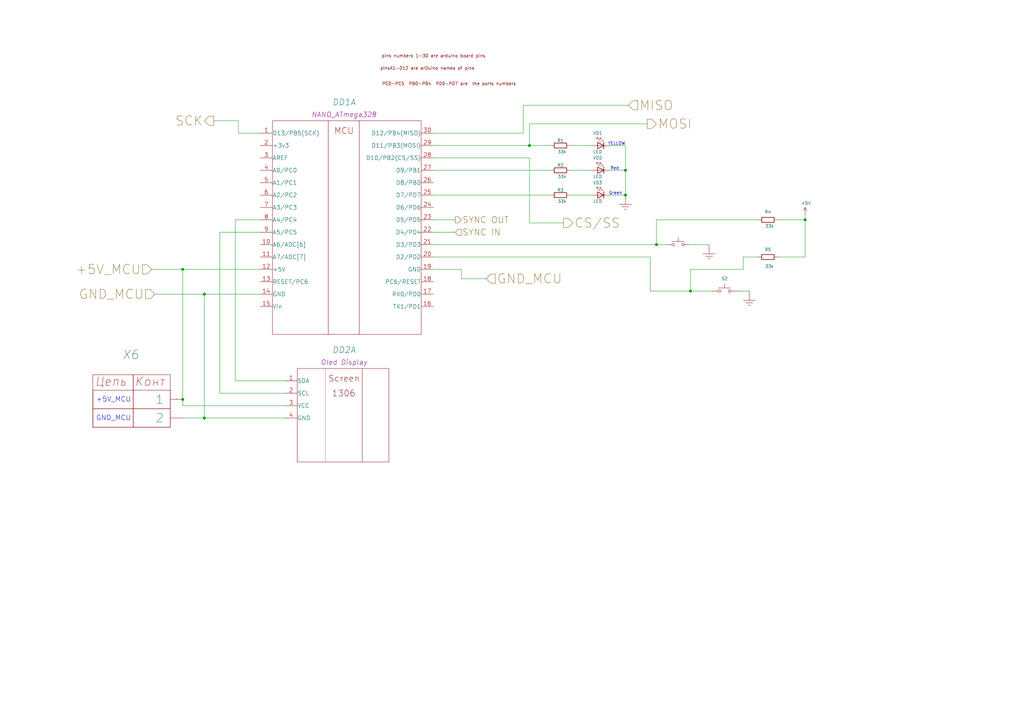
<source format=kicad_sch>
(kicad_sch (version 20210621) (generator eeschema)

  (uuid a7f62430-b7f6-4f82-a311-6552aeaee6ac)

  (paper "A3")

  (lib_symbols
    (symbol "my_Library:33k" (pin_numbers hide) (pin_names (offset 0)) (in_bom yes) (on_board yes)
      (property "Reference" "R" (id 0) (at 0 2.032 0)
        (effects (font (size 1.27 1.27)))
      )
      (property "Value" "33k" (id 1) (at 0.635 -2.54 0)
        (effects (font (size 1.27 1.27)))
      )
      (property "Footprint" "my_Library_ftprint:R_0805_2012Metric" (id 2) (at 0 -1.778 0)
        (effects (font (size 1.27 1.27)) hide)
      )
      (property "Datasheet" "~" (id 3) (at 0 0 90)
        (effects (font (size 1.27 1.27)) hide)
      )
      (property "ki_keywords" "R res resistor" (id 4) (at 0 0 0)
        (effects (font (size 1.27 1.27)) hide)
      )
      (property "ki_description" "Resistor" (id 5) (at 0 0 0)
        (effects (font (size 1.27 1.27)) hide)
      )
      (property "ki_fp_filters" "R_*" (id 6) (at 0 0 0)
        (effects (font (size 1.27 1.27)) hide)
      )
      (symbol "33k_0_1"
        (rectangle (start 2.54 -1.016) (end -2.54 1.016)
          (stroke (width 0.254)) (fill (type none))
        )
      )
      (symbol "33k_1_1"
        (pin passive line (at -3.81 0 0) (length 1.27)
          (name "~" (effects (font (size 1.27 1.27))))
          (number "1" (effects (font (size 1.27 1.27))))
        )
        (pin passive line (at 3.81 0 180) (length 1.27)
          (name "~" (effects (font (size 1.27 1.27))))
          (number "2" (effects (font (size 1.27 1.27))))
        )
      )
    )
    (symbol "my_Library:Display_1306" (pin_names (offset 0.0254)) (in_bom yes) (on_board yes)
      (property "Reference" "DD2" (id 0) (at 24.13 12.7 0)
        (effects (font (size 2.5007 2.5007) italic))
      )
      (property "Value" "Display_1306" (id 1) (at 0 77.47 0)
        (effects (font (size 2.0066 2.0066) italic) hide)
      )
      (property "Footprint" "my_Library_ftprint:PinHeader_1x04_P2.54mm_Vertical" (id 2) (at 0 73.66 0)
        (effects (font (size 2.0066 2.0066) italic) hide)
      )
      (property "Datasheet" "C:/Program Files/KiCad/share/LTM_DataSheet/Микросхема_микроконтроллер_ 1986ВЕ1Т_АО _ПКК_Миландр.pdf" (id 3) (at 0 69.85 0)
        (effects (font (size 2.0066 2.0066) italic) hide)
      )
      (property "ValueName" "Oled Display" (id 4) (at 24.13 7.62 0)
        (effects (font (size 2.007 2.007) italic))
      )
      (property "ValueGroup" "Микросхемы" (id 5) (at 0 66.04 0)
        (effects (font (size 2.0066 2.0066) italic) hide)
      )
      (property "ValueGOST" "1986ВЕ1Т " (id 6) (at 0 62.23 0)
        (effects (font (size 2.0066 2.0066) italic) hide)
      )
      (property "ValueTU" "АЕЯР.431280.860 ТУ" (id 7) (at 0 58.42 0)
        (effects (font (size 2.0066 2.0066) italic) hide)
      )
      (property "ValueManufacturer" "АО «ПКК МИЛАНДР»" (id 8) (at 0 54.61 0)
        (effects (font (size 2.0066 2.0066) italic) hide)
      )
      (property "ValueTemp_1" "АЕЯР.431280.860 ТУ" (id 9) (at 0 50.8 0)
        (effects (font (size 2.0066 2.0066) italic) hide)
      )
      (property "ValueSupplier" "АО «ПКК МИЛАНДР»" (id 10) (at 0 46.99 0)
        (effects (font (size 2.0066 2.0066) italic) hide)
      )
      (property "ValueAnalog" "К1986ВЕ1Т, К1986ВЕ1QI" (id 11) (at 1.27 43.18 0)
        (effects (font (size 2.0066 2.0066) italic) hide)
      )
      (property "ValueTemperature" "от минус 60 ⁰C до + 125 ⁰C" (id 12) (at 0 39.37 0)
        (effects (font (size 2.0066 2.0066) italic) hide)
      )
      (property "ValueNote" "-" (id 13) (at 0 35.56 0)
        (effects (font (size 2.0066 2.0066) italic) hide)
      )
      (property "ValueTemp_2" "-" (id 14) (at 0 33.02 0)
        (effects (font (size 2.0066 2.0066) italic) hide)
      )
      (property "ValueTemp_3" "-" (id 15) (at 0 30.48 0)
        (effects (font (size 2.0066 2.0066) italic) hide)
      )
      (property "ValueTemp_4" "-" (id 16) (at 0 27.94 0)
        (effects (font (size 2.0066 2.0066) italic) hide)
      )
      (property "ValueTemp_5" "-" (id 17) (at 0 25.4 0)
        (effects (font (size 2.0066 2.0066) italic) hide)
      )
      (property "ki_locked" "" (id 18) (at 0 0 0)
        (effects (font (size 1.27 1.27)))
      )
      (property "ki_keywords" "display, oled" (id 19) (at 0 0 0)
        (effects (font (size 1.27 1.27)) hide)
      )
      (property "ki_description" "display" (id 20) (at 0 0 0)
        (effects (font (size 1.27 1.27)) hide)
      )
      (property "ki_fp_filters" "[LTM][D][4229.132-3]*" (id 21) (at 0 0 0)
        (effects (font (size 1.27 1.27)) hide)
      )
      (symbol "Display_1306_0_0"
        (text "1306" (at 24.13 -5.08 0)
          (effects (font (size 2.527 2.527)))
        )
        (text "Screen" (at 24.257 1.016 0)
          (effects (font (size 2.527 2.527)))
        )
      )
      (symbol "Display_1306_1_1"
        (rectangle (start 5.08 5.08) (end 42.672 -33.274)
          (stroke (width 0)) (fill (type none))
        )
        (polyline
          (pts
            (xy 16.51 4.826)
            (xy 16.51 -33.274)
          )
          (stroke (width 0.0006)) (fill (type none))
        )
        (polyline
          (pts
            (xy 31.75 5.08)
            (xy 31.75 -33.274)
          )
          (stroke (width 0)) (fill (type none))
        )
        (pin bidirectional line (at 0 0 0) (length 5.08)
          (name "SDA" (effects (font (size 1.702 1.702))))
          (number "1" (effects (font (size 1.702 1.702))))
        )
        (pin bidirectional line (at 0 -5.08 0) (length 5.08)
          (name "SCL" (effects (font (size 1.702 1.702))))
          (number "2" (effects (font (size 1.702 1.702))))
        )
        (pin bidirectional line (at 0 -10.16 0) (length 5.08)
          (name "VCC" (effects (font (size 1.702 1.702))))
          (number "3" (effects (font (size 1.702 1.702))))
        )
        (pin bidirectional line (at 0 -15.24 0) (length 5.08)
          (name "GND" (effects (font (size 1.702 1.702))))
          (number "4" (effects (font (size 1.702 1.702))))
        )
      )
      (symbol "Display_1306_2_1"
        (rectangle (start 5.08 -81.28) (end 43.18 5.08)
          (stroke (width 0)) (fill (type none))
        )
        (polyline
          (pts
            (xy 30.48 5.08)
            (xy 30.48 -81.28)
          )
          (stroke (width 0)) (fill (type none))
        )
        (polyline
          (pts
            (xy 17.78 5.08)
            (xy 17.78 -74.93)
            (xy 17.78 -81.28)
          )
          (stroke (width 0)) (fill (type none))
        )
        (pin bidirectional line (at 48.26 -35.56 180) (length 5.08)
          (name "PD7" (effects (font (size 1.7018 1.7018))))
          (number "41" (effects (font (size 1.7018 1.7018))))
        )
        (pin bidirectional line (at 48.26 -40.64 180) (length 5.08)
          (name "PD8" (effects (font (size 1.7018 1.7018))))
          (number "42" (effects (font (size 1.7018 1.7018))))
        )
        (pin bidirectional line (at 48.26 -45.72 180) (length 5.08)
          (name "PD9" (effects (font (size 1.7018 1.7018))))
          (number "43" (effects (font (size 1.7018 1.7018))))
        )
        (pin bidirectional line (at 48.26 -50.8 180) (length 5.08)
          (name "PD10" (effects (font (size 1.7018 1.7018))))
          (number "44" (effects (font (size 1.7018 1.7018))))
        )
        (pin bidirectional line (at 48.26 -55.88 180) (length 5.08)
          (name "PD11" (effects (font (size 1.7018 1.7018))))
          (number "45" (effects (font (size 1.7018 1.7018))))
        )
        (pin bidirectional line (at 48.26 -60.96 180) (length 5.08)
          (name "PD12" (effects (font (size 1.7018 1.7018))))
          (number "46" (effects (font (size 1.7018 1.7018))))
        )
        (pin bidirectional line (at 48.26 -66.04 180) (length 5.08)
          (name "PD13" (effects (font (size 1.7018 1.7018))))
          (number "47" (effects (font (size 1.7018 1.7018))))
        )
        (pin bidirectional line (at 48.26 -71.12 180) (length 5.08)
          (name "PD14" (effects (font (size 1.7018 1.7018))))
          (number "48" (effects (font (size 1.7018 1.7018))))
        )
        (pin bidirectional line (at 48.26 -76.2 180) (length 5.08)
          (name "PD15" (effects (font (size 1.7018 1.7018))))
          (number "49" (effects (font (size 1.7018 1.7018))))
        )
        (pin bidirectional line (at 0 -25.4 0) (length 5.08)
          (name "PC5" (effects (font (size 1.7018 1.7018))))
          (number "56" (effects (font (size 1.7018 1.7018))))
        )
        (pin bidirectional line (at 0 -30.48 0) (length 5.08)
          (name "PC6" (effects (font (size 1.7018 1.7018))))
          (number "57" (effects (font (size 1.7018 1.7018))))
        )
        (pin bidirectional line (at 0 -35.56 0) (length 5.08)
          (name "PC7" (effects (font (size 1.7018 1.7018))))
          (number "58" (effects (font (size 1.7018 1.7018))))
        )
        (pin bidirectional line (at 0 -40.64 0) (length 5.08)
          (name "PC8" (effects (font (size 1.7018 1.7018))))
          (number "59" (effects (font (size 1.7018 1.7018))))
        )
        (pin bidirectional line (at 0 -45.72 0) (length 5.08)
          (name "PC9" (effects (font (size 1.7018 1.7018))))
          (number "60" (effects (font (size 1.7018 1.7018))))
        )
        (pin bidirectional line (at 0 -50.8 0) (length 5.08)
          (name "PC10" (effects (font (size 1.7018 1.7018))))
          (number "61" (effects (font (size 1.7018 1.7018))))
        )
        (pin bidirectional line (at 0 -55.88 0) (length 5.08)
          (name "PC11" (effects (font (size 1.7018 1.7018))))
          (number "62" (effects (font (size 1.7018 1.7018))))
        )
        (pin bidirectional line (at 0 -60.96 0) (length 5.08)
          (name "PC12" (effects (font (size 1.7018 1.7018))))
          (number "63" (effects (font (size 1.7018 1.7018))))
        )
        (pin bidirectional line (at 0 -66.04 0) (length 5.08)
          (name "PC13" (effects (font (size 1.7018 1.7018))))
          (number "67" (effects (font (size 1.7018 1.7018))))
        )
        (pin bidirectional line (at 0 -71.12 0) (length 5.08)
          (name "PC14" (effects (font (size 1.7018 1.7018))))
          (number "68" (effects (font (size 1.7018 1.7018))))
        )
        (pin bidirectional line (at 0 -76.2 0) (length 5.08)
          (name "PC15" (effects (font (size 1.7018 1.7018))))
          (number "69" (effects (font (size 1.7018 1.7018))))
        )
        (pin bidirectional line (at 48.26 0 180) (length 5.08)
          (name "PD0" (effects (font (size 1.7018 1.7018))))
          (number "72" (effects (font (size 1.7018 1.7018))))
        )
        (pin bidirectional line (at 48.26 -5.08 180) (length 5.08)
          (name "PD1" (effects (font (size 1.7018 1.7018))))
          (number "73" (effects (font (size 1.7018 1.7018))))
        )
        (pin bidirectional line (at 48.26 -10.16 180) (length 5.08)
          (name "PD2" (effects (font (size 1.7018 1.7018))))
          (number "74" (effects (font (size 1.7018 1.7018))))
        )
        (pin bidirectional line (at 48.26 -15.24 180) (length 5.08)
          (name "PD3" (effects (font (size 1.7018 1.7018))))
          (number "75" (effects (font (size 1.7018 1.7018))))
        )
        (pin bidirectional line (at 48.26 -20.32 180) (length 5.08)
          (name "PD4" (effects (font (size 1.7018 1.7018))))
          (number "76" (effects (font (size 1.7018 1.7018))))
        )
        (pin bidirectional line (at 48.26 -25.4 180) (length 5.08)
          (name "PD5" (effects (font (size 1.7018 1.7018))))
          (number "77" (effects (font (size 1.7018 1.7018))))
        )
        (pin bidirectional line (at 48.26 -30.48 180) (length 5.08)
          (name "PD6" (effects (font (size 1.7018 1.7018))))
          (number "78" (effects (font (size 1.7018 1.7018))))
        )
        (pin bidirectional line (at 0 0 0) (length 5.08)
          (name "PC0" (effects (font (size 1.7018 1.7018))))
          (number "89" (effects (font (size 1.7018 1.7018))))
        )
        (pin bidirectional line (at 0 -5.08 0) (length 5.08)
          (name "PC1" (effects (font (size 1.7018 1.7018))))
          (number "90" (effects (font (size 1.7018 1.7018))))
        )
        (pin bidirectional line (at 0 -10.16 0) (length 5.08)
          (name "PC2" (effects (font (size 1.7018 1.7018))))
          (number "91" (effects (font (size 1.7018 1.7018))))
        )
        (pin bidirectional line (at 0 -15.24 0) (length 5.08)
          (name "PC3" (effects (font (size 1.7018 1.7018))))
          (number "92" (effects (font (size 1.7018 1.7018))))
        )
        (pin bidirectional line (at 0 -20.32 0) (length 5.08)
          (name "PC4" (effects (font (size 1.7018 1.7018))))
          (number "93" (effects (font (size 1.7018 1.7018))))
        )
      )
      (symbol "Display_1306_3_1"
        (rectangle (start 5.08 -81.28) (end 43.18 5.08)
          (stroke (width 0)) (fill (type none))
        )
        (polyline
          (pts
            (xy 30.48 5.08)
            (xy 30.48 -81.28)
          )
          (stroke (width 0)) (fill (type none))
        )
        (polyline
          (pts
            (xy 17.78 5.08)
            (xy 17.78 -55.88)
            (xy 17.78 -81.28)
          )
          (stroke (width 0)) (fill (type none))
        )
        (pin bidirectional line (at 0 -15.24 0) (length 5.08)
          (name "PE3" (effects (font (size 1.7018 1.7018))))
          (number "16" (effects (font (size 1.7018 1.7018))))
        )
        (pin bidirectional line (at 0 -20.32 0) (length 5.08)
          (name "PE4" (effects (font (size 1.7018 1.7018))))
          (number "17" (effects (font (size 1.7018 1.7018))))
        )
        (pin bidirectional line (at 0 -25.4 0) (length 5.08)
          (name "PE5" (effects (font (size 1.7018 1.7018))))
          (number "18" (effects (font (size 1.7018 1.7018))))
        )
        (pin bidirectional line (at 0 -40.64 0) (length 5.08)
          (name "PE8" (effects (font (size 1.7018 1.7018))))
          (number "19" (effects (font (size 1.7018 1.7018))))
        )
        (pin bidirectional line (at 0 -45.72 0) (length 5.08)
          (name "PE9" (effects (font (size 1.7018 1.7018))))
          (number "20" (effects (font (size 1.7018 1.7018))))
        )
        (pin bidirectional line (at 0 -50.8 0) (length 5.08)
          (name "PE10" (effects (font (size 1.7018 1.7018))))
          (number "21" (effects (font (size 1.7018 1.7018))))
        )
        (pin bidirectional line (at 0 -55.88 0) (length 5.08)
          (name "PE11" (effects (font (size 1.7018 1.7018))))
          (number "22" (effects (font (size 1.7018 1.7018))))
        )
        (pin bidirectional line (at 0 -60.96 0) (length 5.08)
          (name "PE12" (effects (font (size 1.7018 1.7018))))
          (number "23" (effects (font (size 1.7018 1.7018))))
        )
        (pin bidirectional line (at 0 -66.04 0) (length 5.08)
          (name "PE13" (effects (font (size 1.7018 1.7018))))
          (number "24" (effects (font (size 1.7018 1.7018))))
        )
        (pin bidirectional line (at 0 -71.12 0) (length 5.08)
          (name "PE14" (effects (font (size 1.7018 1.7018))))
          (number "25" (effects (font (size 1.7018 1.7018))))
        )
        (pin bidirectional line (at 0 -76.2 0) (length 5.08)
          (name "PE15" (effects (font (size 1.7018 1.7018))))
          (number "26" (effects (font (size 1.7018 1.7018))))
        )
        (pin bidirectional line (at 48.26 0 180) (length 5.08)
          (name "PF0" (effects (font (size 1.7018 1.7018))))
          (number "27" (effects (font (size 1.7018 1.7018))))
        )
        (pin bidirectional line (at 48.26 -5.08 180) (length 5.08)
          (name "PF1" (effects (font (size 1.7018 1.7018))))
          (number "28" (effects (font (size 1.7018 1.7018))))
        )
        (pin bidirectional line (at 48.26 -10.16 180) (length 5.08)
          (name "PF2" (effects (font (size 1.7018 1.7018))))
          (number "29" (effects (font (size 1.7018 1.7018))))
        )
        (pin bidirectional line (at 0 -30.48 0) (length 5.08)
          (name "PE6" (effects (font (size 1.7018 1.7018))))
          (number "34" (effects (font (size 1.7018 1.7018))))
        )
        (pin bidirectional line (at 0 -35.56 0) (length 5.08)
          (name "PE7" (effects (font (size 1.7018 1.7018))))
          (number "35" (effects (font (size 1.7018 1.7018))))
        )
        (pin bidirectional line (at 0 0 0) (length 5.08)
          (name "PE0" (effects (font (size 1.7018 1.7018))))
          (number "50" (effects (font (size 1.7018 1.7018))))
        )
        (pin bidirectional line (at 0 -5.08 0) (length 5.08)
          (name "PE1" (effects (font (size 1.7018 1.7018))))
          (number "51" (effects (font (size 1.7018 1.7018))))
        )
        (pin bidirectional line (at 0 -10.16 0) (length 5.08)
          (name "PE2" (effects (font (size 1.7018 1.7018))))
          (number "52" (effects (font (size 1.7018 1.7018))))
        )
        (pin bidirectional line (at 48.26 -66.04 180) (length 5.08)
          (name "PF13" (effects (font (size 1.7018 1.7018))))
          (number "64" (effects (font (size 1.7018 1.7018))))
        )
        (pin bidirectional line (at 48.26 -71.12 180) (length 5.08)
          (name "PF14" (effects (font (size 1.7018 1.7018))))
          (number "65" (effects (font (size 1.7018 1.7018))))
        )
        (pin bidirectional line (at 48.26 -76.2 180) (length 5.08)
          (name "PF15" (effects (font (size 1.7018 1.7018))))
          (number "66" (effects (font (size 1.7018 1.7018))))
        )
        (pin bidirectional line (at 48.26 -15.24 180) (length 5.08)
          (name "PF3" (effects (font (size 1.7018 1.7018))))
          (number "79" (effects (font (size 1.7018 1.7018))))
        )
        (pin bidirectional line (at 48.26 -20.32 180) (length 5.08)
          (name "PF4" (effects (font (size 1.7018 1.7018))))
          (number "80" (effects (font (size 1.7018 1.7018))))
        )
        (pin bidirectional line (at 48.26 -25.4 180) (length 5.08)
          (name "PF5" (effects (font (size 1.7018 1.7018))))
          (number "81" (effects (font (size 1.7018 1.7018))))
        )
        (pin bidirectional line (at 48.26 -30.48 180) (length 5.08)
          (name "PF6" (effects (font (size 1.7018 1.7018))))
          (number "82" (effects (font (size 1.7018 1.7018))))
        )
        (pin bidirectional line (at 48.26 -35.56 180) (length 5.08)
          (name "PF7" (effects (font (size 1.7018 1.7018))))
          (number "83" (effects (font (size 1.7018 1.7018))))
        )
        (pin bidirectional line (at 48.26 -40.64 180) (length 5.08)
          (name "PF8" (effects (font (size 1.7018 1.7018))))
          (number "84" (effects (font (size 1.7018 1.7018))))
        )
        (pin bidirectional line (at 48.26 -45.72 180) (length 5.08)
          (name "PF9" (effects (font (size 1.7018 1.7018))))
          (number "85" (effects (font (size 1.7018 1.7018))))
        )
        (pin bidirectional line (at 48.26 -50.8 180) (length 5.08)
          (name "PF10" (effects (font (size 1.7018 1.7018))))
          (number "86" (effects (font (size 1.7018 1.7018))))
        )
        (pin bidirectional line (at 48.26 -55.88 180) (length 5.08)
          (name "PF11" (effects (font (size 1.7018 1.7018))))
          (number "87" (effects (font (size 1.7018 1.7018))))
        )
        (pin bidirectional line (at 48.26 -60.96 180) (length 5.08)
          (name "PF12" (effects (font (size 1.7018 1.7018))))
          (number "88" (effects (font (size 1.7018 1.7018))))
        )
      )
      (symbol "Display_1306_4_1"
        (rectangle (start 5.08 -113.03) (end 43.18 5.08)
          (stroke (width 0)) (fill (type none))
        )
        (polyline
          (pts
            (xy 5.08 -72.39)
            (xy 17.78 -72.39)
          )
          (stroke (width 0)) (fill (type none))
        )
        (polyline
          (pts
            (xy 5.08 -40.64)
            (xy 17.78 -40.64)
          )
          (stroke (width 0)) (fill (type none))
        )
        (polyline
          (pts
            (xy 5.08 -25.4)
            (xy 17.78 -25.4)
          )
          (stroke (width 0)) (fill (type none))
        )
        (polyline
          (pts
            (xy 30.48 -45.72)
            (xy 43.18 -45.72)
          )
          (stroke (width 0)) (fill (type none))
        )
        (polyline
          (pts
            (xy 30.48 5.08)
            (xy 30.48 -113.03)
          )
          (stroke (width 0)) (fill (type none))
        )
        (polyline
          (pts
            (xy 17.78 5.08)
            (xy 17.78 -67.31)
            (xy 17.78 -113.03)
          )
          (stroke (width 0)) (fill (type none))
        )
        (pin power_in line (at 48.26 -71.12 180) (length 5.08)
          (name "VSS1A" (effects (font (size 1.7018 1.7018))))
          (number "1" (effects (font (size 1.7018 1.7018))))
        )
        (pin bidirectional line (at 0 -66.04 0) (length 5.08)
          (name "EXRES1" (effects (font (size 1.7018 1.7018))))
          (number "10" (effects (font (size 1.7018 1.7018))))
        )
        (pin power_in line (at 48.26 -86.36 180) (length 5.08)
          (name "VSS3A" (effects (font (size 1.7018 1.7018))))
          (number "11" (effects (font (size 1.7018 1.7018))))
        )
        (pin power_in line (at 48.26 -60.96 180) (length 5.08)
          (name "GND" (effects (font (size 1.7018 1.7018))))
          (number "116" (effects (font (size 1.7018 1.7018))))
        )
        (pin power_in line (at 48.26 -10.16 180) (length 5.08)
          (name "Ucc" (effects (font (size 1.7018 1.7018))))
          (number "117" (effects (font (size 1.7018 1.7018))))
        )
        (pin power_in line (at 48.26 -30.48 180) (length 5.08)
          (name "VDD3A" (effects (font (size 1.7018 1.7018))))
          (number "12" (effects (font (size 1.7018 1.7018))))
        )
        (pin bidirectional line (at 0 -81.28 0) (length 5.08)
          (name "TMS" (effects (font (size 1.7018 1.7018))))
          (number "128" (effects (font (size 1.7018 1.7018))))
        )
        (pin bidirectional line (at 0 -86.36 0) (length 5.08)
          (name "TDI" (effects (font (size 1.7018 1.7018))))
          (number "129" (effects (font (size 1.7018 1.7018))))
        )
        (pin power_out line (at 48.26 -91.44 180) (length 5.08)
          (name "VSS4A" (effects (font (size 1.7018 1.7018))))
          (number "13" (effects (font (size 1.7018 1.7018))))
        )
        (pin bidirectional line (at 0 -91.44 0) (length 5.08)
          (name "TDO" (effects (font (size 1.7018 1.7018))))
          (number "130" (effects (font (size 1.7018 1.7018))))
        )
        (pin bidirectional line (at 0 -96.52 0) (length 5.08)
          (name "TCK" (effects (font (size 1.7018 1.7018))))
          (number "131" (effects (font (size 1.7018 1.7018))))
        )
        (pin bidirectional line (at 0 -101.6 0) (length 5.08)
          (name "TRST" (effects (font (size 1.7018 1.7018))))
          (number "132" (effects (font (size 1.7018 1.7018))))
        )
        (pin power_in line (at 48.26 -35.56 180) (length 5.08)
          (name "VDD4A" (effects (font (size 1.7018 1.7018))))
          (number "14" (effects (font (size 1.7018 1.7018))))
        )
        (pin bidirectional line (at 0 -20.32 0) (length 5.08)
          (name "ITCMLAEN" (effects (font (size 1.7018 1.7018))))
          (number "15" (effects (font (size 1.7018 1.7018))))
        )
        (pin bidirectional line (at 0 -50.8 0) (length 5.08)
          (name "TXN" (effects (font (size 1.7018 1.7018))))
          (number "2" (effects (font (size 1.7018 1.7018))))
        )
        (pin bidirectional line (at 0 -45.72 0) (length 5.08)
          (name "TXP" (effects (font (size 1.7018 1.7018))))
          (number "3" (effects (font (size 1.7018 1.7018))))
        )
        (pin power_in line (at 48.26 -50.8 180) (length 5.08)
          (name "GND" (effects (font (size 1.7018 1.7018))))
          (number "30" (effects (font (size 1.7018 1.7018))))
        )
        (pin power_in line (at 48.26 0 180) (length 5.08)
          (name "Ucc" (effects (font (size 1.7018 1.7018))))
          (number "31" (effects (font (size 1.7018 1.7018))))
        )
        (pin power_in line (at 48.26 -40.64 180) (length 5.08)
          (name "BUcc" (effects (font (size 1.7018 1.7018))))
          (number "32" (effects (font (size 1.7018 1.7018))))
        )
        (pin bidirectional line (at 0 -106.68 0) (length 5.08)
          (name "JTAGEN" (effects (font (size 1.7018 1.7018))))
          (number "33" (effects (font (size 1.7018 1.7018))))
        )
        (pin bidirectional line (at 0 -15.24 0) (length 5.08)
          (name "WAKEUP" (effects (font (size 1.7018 1.7018))))
          (number "36" (effects (font (size 1.7018 1.7018))))
        )
        (pin bidirectional line (at 0 -30.48 0) (length 5.08)
          (name "DP" (effects (font (size 1.7018 1.7018))))
          (number "37" (effects (font (size 1.7018 1.7018))))
        )
        (pin bidirectional line (at 0 -35.56 0) (length 5.08)
          (name "DN" (effects (font (size 1.7018 1.7018))))
          (number "38" (effects (font (size 1.7018 1.7018))))
        )
        (pin power_in line (at 48.26 -66.04 180) (length 5.08)
          (name "AGND" (effects (font (size 1.7018 1.7018))))
          (number "39" (effects (font (size 1.7018 1.7018))))
        )
        (pin power_in line (at 48.26 -76.2 180) (length 5.08)
          (name "VSS1A" (effects (font (size 1.7018 1.7018))))
          (number "4" (effects (font (size 1.7018 1.7018))))
        )
        (pin power_in line (at 48.26 -15.24 180) (length 5.08)
          (name "AUcc" (effects (font (size 1.7018 1.7018))))
          (number "40" (effects (font (size 1.7018 1.7018))))
        )
        (pin power_in line (at 48.26 -20.32 180) (length 5.08)
          (name "VDD1A" (effects (font (size 1.7018 1.7018))))
          (number "5" (effects (font (size 1.7018 1.7018))))
        )
        (pin bidirectional line (at 0 -5.08 0) (length 5.08)
          (name "OSC_IN" (effects (font (size 1.7018 1.7018))))
          (number "53" (effects (font (size 1.7018 1.7018))))
        )
        (pin bidirectional line (at 0 -10.16 0) (length 5.08)
          (name "OSC_OUT" (effects (font (size 1.7018 1.7018))))
          (number "54" (effects (font (size 1.7018 1.7018))))
        )
        (pin bidirectional line (at 0 0 0) (length 5.08)
          (name "nRESET" (effects (font (size 1.7018 1.7018))))
          (number "55" (effects (font (size 1.7018 1.7018))))
        )
        (pin bidirectional line (at 0 -60.96 0) (length 5.08)
          (name "RXN" (effects (font (size 1.7018 1.7018))))
          (number "6" (effects (font (size 1.7018 1.7018))))
        )
        (pin bidirectional line (at 0 -55.88 0) (length 5.08)
          (name "RXP" (effects (font (size 1.7018 1.7018))))
          (number "7" (effects (font (size 1.7018 1.7018))))
        )
        (pin power_in line (at 48.26 -55.88 180) (length 5.08)
          (name "GND" (effects (font (size 1.7018 1.7018))))
          (number "70" (effects (font (size 1.7018 1.7018))))
        )
        (pin power_in line (at 48.26 -5.08 180) (length 5.08)
          (name "Ucc" (effects (font (size 1.7018 1.7018))))
          (number "71" (effects (font (size 1.7018 1.7018))))
        )
        (pin power_in line (at 48.26 -25.4 180) (length 5.08)
          (name "VDD2A" (effects (font (size 1.7018 1.7018))))
          (number "8" (effects (font (size 1.7018 1.7018))))
        )
        (pin power_in line (at 48.26 -81.28 180) (length 5.08)
          (name "VSS2A" (effects (font (size 1.7018 1.7018))))
          (number "9" (effects (font (size 1.7018 1.7018))))
        )
      )
    )
    (symbol "my_Library:JST-B2B-XHA_Left" (pin_names (offset 2.54)) (in_bom yes) (on_board yes)
      (property "Reference" "X?" (id 0) (at -21.5262 18.3342 0)
        (effects (font (size 3.556 3.556) italic))
      )
      (property "Value" "JST-B2B-XHA_Left" (id 1) (at -101.6 0 0)
        (effects (font (size 2.0066 2.0066) italic) hide)
      )
      (property "Footprint" "my_Library_ftprint:JST_EH_B5B-EH-A_1x05_P2.50mm_Vertical" (id 2) (at -101.6 -2.54 0)
        (effects (font (size 2.0066 2.0066) italic) hide)
      )
      (property "Datasheet" "" (id 3) (at -101.6 -5.08 0)
        (effects (font (size 2.0066 2.0066) italic) hide)
      )
      (property "ValueName" "ВИЛКА НА ПЛАТУ 2.5 ММ ШАГ" (id 4) (at -21.336 -23.622 0)
        (effects (font (size 2.0066 2.0066) italic) hide)
      )
      (property "ValueGroup" "Соединители" (id 5) (at -101.6 -7.62 0)
        (effects (font (size 2.0066 2.0066) italic) hide)
      )
      (property "ValueGOST" "розетка СНП346-5PП21-1" (id 6) (at -101.6 -10.16 0)
        (effects (font (size 2.0066 2.0066) italic) hide)
      )
      (property "ValueTU" "РЮМК.430420.011ТУ" (id 7) (at -101.6 -12.7 0)
        (effects (font (size 2.0066 2.0066) italic) hide)
      )
      (property "ValueManufacturer" "ф. АО «Электродеталь»" (id 8) (at -101.6 -15.24 0)
        (effects (font (size 2.0066 2.0066) italic) hide)
      )
      (property "ValueTemp_1" "РЮМК.430420.011ТУ" (id 9) (at -101.6 -17.78 0)
        (effects (font (size 2.0066 2.0066) italic) hide)
      )
      (property "ValueSupplier" "ф. АО «Электродеталь»" (id 10) (at -101.6 -20.32 0)
        (effects (font (size 2.0066 2.0066) italic) hide)
      )
      (property "ValueAnalog" "PLD-10 DS-1021" (id 11) (at -101.6 -22.86 0)
        (effects (font (size 2.0066 2.0066) italic) hide)
      )
      (property "ValueTemperature" "от минус 60 ⁰C до + 85 ⁰C" (id 12) (at -101.6 -25.4 0)
        (effects (font (size 2.0066 2.0066) italic) hide)
      )
      (property "ValueNote" "-" (id 13) (at -101.6 -27.94 0)
        (effects (font (size 2.0066 2.0066) italic) hide)
      )
      (property "ValueTemp_2" "-" (id 14) (at -101.6 -30.48 0)
        (effects (font (size 2.0066 2.0066) italic) hide)
      )
      (property "ValueTemp_3" "-" (id 15) (at -101.6 -33.02 0)
        (effects (font (size 2.0066 2.0066) italic) hide)
      )
      (property "ValueTemp_4" "-" (id 16) (at -101.6 -35.56 0)
        (effects (font (size 2.0066 2.0066) italic) hide)
      )
      (property "ValueTemp_5" "-" (id 17) (at -101.6 -38.1 0)
        (effects (font (size 2.0066 2.0066) italic) hide)
      )
      (property "PIN1" "  " (id 18) (at -12.6362 37.9594 0)
        (effects (font (size 2.0066 2.0066) italic))
      )
      (property "PIN2" "   " (id 19) (at -12.6362 33.7224 0)
        (effects (font (size 2.0066 2.0066) italic))
      )
      (property "PIN3" " " (id 20) (at -12.6362 29.4854 0)
        (effects (font (size 2.0066 2.0066) italic))
      )
      (property "PIN4" "  " (id 21) (at -12.6362 25.2484 0)
        (effects (font (size 2.0066 2.0066) italic))
      )
      (property "PIN5" " " (id 22) (at -12.6362 21.0114 0)
        (effects (font (size 2.0066 2.0066) italic))
      )
      (property "ki_description" "left side of scetch" (id 23) (at 0 0 0)
        (effects (font (size 1.27 1.27)) hide)
      )
      (property "ki_fp_filters" "[LTM][FP][Connectors][SNP346]:[LTM][X]*" (id 24) (at 0 0 0)
        (effects (font (size 1.27 1.27)) hide)
      )
      (symbol "JST-B2B-XHA_Left_0_0"
        (pin passive line (at 0 0 180) (length 5.08)
          (name "1" (effects (font (size 3.556 3.556))))
          (number "1" (effects (font (size 0.0254 0.0254))))
        )
        (pin passive line (at 0 -7.62 180) (length 5.08)
          (name "2" (effects (font (size 3.556 3.556))))
          (number "2" (effects (font (size 0 0))))
        )
      )
      (symbol "JST-B2B-XHA_Left_1_1"
        (text " " (at 9.906 -12.7 0)
          (effects (font (size 2.0066 2.0066) italic))
        )
        (text " " (at 9.906 -7.62 0)
          (effects (font (size 2.0066 2.0066) italic))
        )
        (text " " (at 9.906 -2.54 0)
          (effects (font (size 2.0066 2.0066) italic))
        )
        (text " " (at 9.906 2.54 0)
          (effects (font (size 2.0066 2.0066) italic))
        )
        (text " " (at 9.906 17.78 0)
          (effects (font (size 2.0066 2.0066) italic))
        )
        (text " " (at 12.446 -34.29 0)
          (effects (font (size 2.0066 2.0066) italic))
        )
        (text " " (at 12.446 -29.21 0)
          (effects (font (size 2.0066 2.0066) italic))
        )
        (text " " (at 12.446 -24.13 0)
          (effects (font (size 2.0066 2.0066) italic))
        )
        (text "Конт" (at -13.462 7.366 0)
          (effects (font (size 3.556 3.556) italic))
        )
        (text "Цепь" (at -29.464 7.366 0)
          (effects (font (size 3.556 3.556) italic))
        )
        (rectangle (start -38.608 6.35) (end -38.608 6.35)
          (stroke (width 0)) (fill (type none))
        )
        (rectangle (start -36.83 -3.81) (end -5.08 -11.43)
          (stroke (width 0)) (fill (type none))
        )
        (rectangle (start -36.83 3.81) (end -5.08 -3.81)
          (stroke (width 0)) (fill (type none))
        )
        (rectangle (start -36.83 10.16) (end -20.32 -11.43)
          (stroke (width 0)) (fill (type none))
        )
        (rectangle (start -20.32 10.16) (end -5.08 -11.43)
          (stroke (width 0)) (fill (type none))
        )
      )
    )
    (symbol "my_Library:LED" (pin_numbers hide) (pin_names (offset 1.016) hide) (in_bom yes) (on_board yes)
      (property "Reference" "VD" (id 0) (at 0 5.08 0)
        (effects (font (size 1.27 1.27)))
      )
      (property "Value" "LED" (id 1) (at 0 -2.54 0)
        (effects (font (size 1.27 1.27)))
      )
      (property "Footprint" "my_Library_ftprint:LED_0805_2012Metric" (id 2) (at 1.27 -6.35 0)
        (effects (font (size 1.27 1.27)) hide)
      )
      (property "Datasheet" "http://cdn-reichelt.de/documents/datenblatt/A500/SFH4346.pdf" (id 3) (at -1.27 0 0)
        (effects (font (size 1.27 1.27)) hide)
      )
      (property "ki_keywords" "opto IR LED smd LED 0805" (id 4) (at 0 0 0)
        (effects (font (size 1.27 1.27)) hide)
      )
      (property "ki_description" "smd LED 0805" (id 5) (at 0 0 0)
        (effects (font (size 1.27 1.27)) hide)
      )
      (property "ki_fp_filters" "LED*3.0mm*IRBlack*" (id 6) (at 0 0 0)
        (effects (font (size 1.27 1.27)) hide)
      )
      (symbol "LED_0_1"
        (polyline
          (pts
            (xy -2.54 1.27)
            (xy -2.54 -1.27)
          )
          (stroke (width 0.254)) (fill (type none))
        )
        (polyline
          (pts
            (xy 0 0)
            (xy -2.54 0)
          )
          (stroke (width 0)) (fill (type none))
        )
        (polyline
          (pts
            (xy 0.381 3.175)
            (xy -0.127 3.175)
          )
          (stroke (width 0)) (fill (type none))
        )
        (polyline
          (pts
            (xy -1.143 1.651)
            (xy 0.381 3.175)
            (xy 0.381 2.667)
          )
          (stroke (width 0)) (fill (type none))
        )
        (polyline
          (pts
            (xy 0 1.27)
            (xy -2.54 0)
            (xy 0 -1.27)
            (xy 0 1.27)
          )
          (stroke (width 0.254)) (fill (type none))
        )
        (polyline
          (pts
            (xy -2.413 1.651)
            (xy -0.889 3.175)
            (xy -0.889 2.667)
            (xy -0.889 3.175)
            (xy -1.397 3.175)
          )
          (stroke (width 0)) (fill (type none))
        )
      )
      (symbol "LED_1_1"
        (pin passive line (at -5.08 0 0) (length 2.54)
          (name "K" (effects (font (size 1.27 1.27))))
          (number "1" (effects (font (size 1.27 1.27))))
        )
        (pin passive line (at 2.54 0 180) (length 2.54)
          (name "A" (effects (font (size 1.27 1.27))))
          (number "2" (effects (font (size 1.27 1.27))))
        )
      )
    )
    (symbol "my_Library:NANO_ATmega328" (pin_names (offset 0.0254)) (in_bom yes) (on_board yes)
      (property "Reference" "DD" (id 0) (at 24.13 12.7 0)
        (effects (font (size 2.5007 2.5007) italic))
      )
      (property "Value" "NANO_ATmega328" (id 1) (at 0 77.47 0)
        (effects (font (size 2.0066 2.0066) italic) hide)
      )
      (property "Footprint" "my_Library_ftprint:Nano_328pu" (id 2) (at 0 73.66 0)
        (effects (font (size 2.0066 2.0066) italic) hide)
      )
      (property "Datasheet" "C:/Program Files/KiCad/share/LTM_DataSheet/Микросхема_микроконтроллер_ 1986ВЕ1Т_АО _ПКК_Миландр.pdf" (id 3) (at 0 69.85 0)
        (effects (font (size 2.0066 2.0066) italic) hide)
      )
      (property "ValueName" "NANO_ATmega328" (id 4) (at 24.13 7.62 0)
        (effects (font (size 2.007 2.007) italic))
      )
      (property "ValueGroup" "Микросхемы" (id 5) (at 0 66.04 0)
        (effects (font (size 2.0066 2.0066) italic) hide)
      )
      (property "ValueGOST" "1986ВЕ1Т " (id 6) (at 0 62.23 0)
        (effects (font (size 2.0066 2.0066) italic) hide)
      )
      (property "ValueTU" "АЕЯР.431280.860 ТУ" (id 7) (at 0 58.42 0)
        (effects (font (size 2.0066 2.0066) italic) hide)
      )
      (property "ValueManufacturer" "АО «ПКК МИЛАНДР»" (id 8) (at 0 54.61 0)
        (effects (font (size 2.0066 2.0066) italic) hide)
      )
      (property "ValueTemp_1" "АЕЯР.431280.860 ТУ" (id 9) (at 0 50.8 0)
        (effects (font (size 2.0066 2.0066) italic) hide)
      )
      (property "ValueSupplier" "АО «ПКК МИЛАНДР»" (id 10) (at 0 46.99 0)
        (effects (font (size 2.0066 2.0066) italic) hide)
      )
      (property "ValueAnalog" "К1986ВЕ1Т, К1986ВЕ1QI" (id 11) (at 1.27 43.18 0)
        (effects (font (size 2.0066 2.0066) italic) hide)
      )
      (property "ValueTemperature" "от минус 60 ⁰C до + 125 ⁰C" (id 12) (at 0 39.37 0)
        (effects (font (size 2.0066 2.0066) italic) hide)
      )
      (property "ValueNote" "-" (id 13) (at 0 35.56 0)
        (effects (font (size 2.0066 2.0066) italic) hide)
      )
      (property "ValueTemp_2" "-" (id 14) (at 0 33.02 0)
        (effects (font (size 2.0066 2.0066) italic) hide)
      )
      (property "ValueTemp_3" "-" (id 15) (at 0 30.48 0)
        (effects (font (size 2.0066 2.0066) italic) hide)
      )
      (property "ValueTemp_4" "-" (id 16) (at 0 27.94 0)
        (effects (font (size 2.0066 2.0066) italic) hide)
      )
      (property "ValueTemp_5" "-" (id 17) (at 0 25.4 0)
        (effects (font (size 2.0066 2.0066) italic) hide)
      )
      (property "ki_locked" "" (id 18) (at 0 0 0)
        (effects (font (size 1.27 1.27)))
      )
      (property "ki_keywords" "Микросхема, микроконтроллер" (id 19) (at 0 0 0)
        (effects (font (size 1.27 1.27)) hide)
      )
      (property "ki_description" "RISC МК авиационного назначения" (id 20) (at 0 0 0)
        (effects (font (size 1.27 1.27)) hide)
      )
      (property "ki_fp_filters" "[LTM][D][4229.132-3]*" (id 21) (at 0 0 0)
        (effects (font (size 1.27 1.27)) hide)
      )
      (symbol "NANO_ATmega328_0_0"
        (text "MCU" (at 24.257 1.016 0)
          (effects (font (size 2.527 2.527)))
        )
        (text "PC0-PC5  PB0-PB4  PD0-PD7 are  the ports numbers" (at 67.31 20.32 0)
          (effects (font (size 1.27 1.27)))
        )
        (text "pins numbers 1-30 are arduino board pins" (at 60.96 31.75 0)
          (effects (font (size 1.27 1.27)))
        )
        (text "pinsA1-D12 are arDuino names of pins" (at 58.42 26.67 0)
          (effects (font (size 1.27 1.27)))
        )
      )
      (symbol "NANO_ATmega328_1_1"
        (rectangle (start -5.08 5.08) (end 55.88 -82.55)
          (stroke (width 0)) (fill (type none))
        )
        (polyline
          (pts
            (xy 30.48 5.08)
            (xy 30.48 -82.55)
          )
          (stroke (width 0)) (fill (type none))
        )
        (polyline
          (pts
            (xy 17.78 5.08)
            (xy 17.78 -17.78)
            (xy 17.78 -74.93)
            (xy 17.78 -82.55)
          )
          (stroke (width 0)) (fill (type none))
        )
        (pin bidirectional line (at -10.16 0 0) (length 5.08)
          (name "D13/PB5(SCK)" (effects (font (size 1.702 1.702))))
          (number "1" (effects (font (size 1.702 1.702))))
        )
        (pin bidirectional line (at -10.16 -45.72 0) (length 5.08)
          (name "A6/ADC[6]" (effects (font (size 1.702 1.702))))
          (number "10" (effects (font (size 1.702 1.702))))
        )
        (pin bidirectional line (at -10.16 -50.8 0) (length 5.08)
          (name "A7/ADC[7]" (effects (font (size 1.702 1.702))))
          (number "11" (effects (font (size 1.702 1.702))))
        )
        (pin bidirectional line (at -10.16 -55.88 0) (length 5.08)
          (name "+5V" (effects (font (size 1.702 1.702))))
          (number "12" (effects (font (size 1.702 1.702))))
        )
        (pin bidirectional line (at -10.16 -60.96 0) (length 5.08)
          (name "RESET/PC6" (effects (font (size 1.702 1.702))))
          (number "13" (effects (font (size 1.702 1.702))))
        )
        (pin bidirectional line (at -10.16 -66.04 0) (length 5.08)
          (name "GND" (effects (font (size 1.702 1.702))))
          (number "14" (effects (font (size 1.702 1.702))))
        )
        (pin bidirectional line (at -10.16 -71.12 0) (length 5.08)
          (name "Vin" (effects (font (size 1.702 1.702))))
          (number "15" (effects (font (size 1.702 1.702))))
        )
        (pin bidirectional line (at 60.96 -71.12 180) (length 5.08)
          (name "TX1/PD1" (effects (font (size 1.702 1.702))))
          (number "16" (effects (font (size 1.702 1.702))))
        )
        (pin bidirectional line (at 60.96 -66.04 180) (length 5.08)
          (name "RX0/PD0" (effects (font (size 1.702 1.702))))
          (number "17" (effects (font (size 1.702 1.702))))
        )
        (pin bidirectional line (at 60.96 -60.96 180) (length 5.08)
          (name "PC6/RESET" (effects (font (size 1.702 1.702))))
          (number "18" (effects (font (size 1.702 1.702))))
        )
        (pin bidirectional line (at 60.96 -55.88 180) (length 5.08)
          (name "GND" (effects (font (size 1.702 1.702))))
          (number "19" (effects (font (size 1.702 1.702))))
        )
        (pin bidirectional line (at -10.16 -5.08 0) (length 5.08)
          (name "+3v3" (effects (font (size 1.702 1.702))))
          (number "2" (effects (font (size 1.702 1.702))))
        )
        (pin bidirectional line (at 60.96 -50.8 180) (length 5.08)
          (name "D2/PD2" (effects (font (size 1.702 1.702))))
          (number "20" (effects (font (size 1.702 1.702))))
        )
        (pin bidirectional line (at 60.96 -45.72 180) (length 5.08)
          (name "D3/PD3" (effects (font (size 1.702 1.702))))
          (number "21" (effects (font (size 1.702 1.702))))
        )
        (pin bidirectional line (at 60.96 -40.64 180) (length 5.08)
          (name "D4/PD4" (effects (font (size 1.702 1.702))))
          (number "22" (effects (font (size 1.702 1.702))))
        )
        (pin bidirectional line (at 60.96 -35.56 180) (length 5.08)
          (name "D5/PD5" (effects (font (size 1.702 1.702))))
          (number "23" (effects (font (size 1.702 1.702))))
        )
        (pin bidirectional line (at 60.96 -30.48 180) (length 5.08)
          (name "D6/PD6" (effects (font (size 1.702 1.702))))
          (number "24" (effects (font (size 1.702 1.702))))
        )
        (pin bidirectional line (at 60.96 -25.4 180) (length 5.08)
          (name "D7/PD7" (effects (font (size 1.702 1.702))))
          (number "25" (effects (font (size 1.702 1.702))))
        )
        (pin bidirectional line (at 60.96 -20.32 180) (length 5.08)
          (name "D8/PB0" (effects (font (size 1.702 1.702))))
          (number "26" (effects (font (size 1.702 1.702))))
        )
        (pin bidirectional line (at 60.96 -15.24 180) (length 5.08)
          (name "D9/PB1" (effects (font (size 1.702 1.702))))
          (number "27" (effects (font (size 1.702 1.702))))
        )
        (pin bidirectional line (at 60.96 -10.16 180) (length 5.08)
          (name "D10/PB2(CS/SS)" (effects (font (size 1.702 1.702))))
          (number "28" (effects (font (size 1.702 1.702))))
        )
        (pin bidirectional line (at 60.96 -5.08 180) (length 5.08)
          (name "D11/PB3(MOSI)" (effects (font (size 1.702 1.702))))
          (number "29" (effects (font (size 1.702 1.702))))
        )
        (pin bidirectional line (at -10.16 -10.16 0) (length 5.08)
          (name "AREF" (effects (font (size 1.702 1.702))))
          (number "3" (effects (font (size 1.702 1.702))))
        )
        (pin bidirectional line (at 60.96 0 180) (length 5.08)
          (name "D12/PB4(MISO)" (effects (font (size 1.702 1.702))))
          (number "30" (effects (font (size 1.702 1.702))))
        )
        (pin bidirectional line (at -10.16 -15.24 0) (length 5.08)
          (name "A0/PC0" (effects (font (size 1.702 1.702))))
          (number "4" (effects (font (size 1.702 1.702))))
        )
        (pin bidirectional line (at -10.16 -20.32 0) (length 5.08)
          (name "A1/PC1" (effects (font (size 1.702 1.702))))
          (number "5" (effects (font (size 1.702 1.702))))
        )
        (pin bidirectional line (at -10.16 -25.4 0) (length 5.08)
          (name "A2/PC2" (effects (font (size 1.702 1.702))))
          (number "6" (effects (font (size 1.702 1.702))))
        )
        (pin bidirectional line (at -10.16 -30.48 0) (length 5.08)
          (name "A3/PC3" (effects (font (size 1.702 1.702))))
          (number "7" (effects (font (size 1.702 1.702))))
        )
        (pin bidirectional line (at -10.16 -35.56 0) (length 5.08)
          (name "A4/PC4" (effects (font (size 1.702 1.702))))
          (number "8" (effects (font (size 1.702 1.702))))
        )
        (pin bidirectional line (at -10.16 -40.64 0) (length 5.08)
          (name "A5/PC5" (effects (font (size 1.702 1.702))))
          (number "9" (effects (font (size 1.702 1.702))))
        )
      )
      (symbol "NANO_ATmega328_2_1"
        (rectangle (start 5.08 -81.28) (end 43.18 5.08)
          (stroke (width 0)) (fill (type none))
        )
        (polyline
          (pts
            (xy 30.48 5.08)
            (xy 30.48 -81.28)
          )
          (stroke (width 0)) (fill (type none))
        )
        (polyline
          (pts
            (xy 17.78 5.08)
            (xy 17.78 -74.93)
            (xy 17.78 -81.28)
          )
          (stroke (width 0)) (fill (type none))
        )
        (pin bidirectional line (at 48.26 -35.56 180) (length 5.08)
          (name "PD7" (effects (font (size 1.7018 1.7018))))
          (number "41" (effects (font (size 1.7018 1.7018))))
        )
        (pin bidirectional line (at 48.26 -40.64 180) (length 5.08)
          (name "PD8" (effects (font (size 1.7018 1.7018))))
          (number "42" (effects (font (size 1.7018 1.7018))))
        )
        (pin bidirectional line (at 48.26 -45.72 180) (length 5.08)
          (name "PD9" (effects (font (size 1.7018 1.7018))))
          (number "43" (effects (font (size 1.7018 1.7018))))
        )
        (pin bidirectional line (at 48.26 -50.8 180) (length 5.08)
          (name "PD10" (effects (font (size 1.7018 1.7018))))
          (number "44" (effects (font (size 1.7018 1.7018))))
        )
        (pin bidirectional line (at 48.26 -55.88 180) (length 5.08)
          (name "PD11" (effects (font (size 1.7018 1.7018))))
          (number "45" (effects (font (size 1.7018 1.7018))))
        )
        (pin bidirectional line (at 48.26 -60.96 180) (length 5.08)
          (name "PD12" (effects (font (size 1.7018 1.7018))))
          (number "46" (effects (font (size 1.7018 1.7018))))
        )
        (pin bidirectional line (at 48.26 -66.04 180) (length 5.08)
          (name "PD13" (effects (font (size 1.7018 1.7018))))
          (number "47" (effects (font (size 1.7018 1.7018))))
        )
        (pin bidirectional line (at 48.26 -71.12 180) (length 5.08)
          (name "PD14" (effects (font (size 1.7018 1.7018))))
          (number "48" (effects (font (size 1.7018 1.7018))))
        )
        (pin bidirectional line (at 48.26 -76.2 180) (length 5.08)
          (name "PD15" (effects (font (size 1.7018 1.7018))))
          (number "49" (effects (font (size 1.7018 1.7018))))
        )
        (pin bidirectional line (at 0 -25.4 0) (length 5.08)
          (name "PC5" (effects (font (size 1.7018 1.7018))))
          (number "56" (effects (font (size 1.7018 1.7018))))
        )
        (pin bidirectional line (at 0 -30.48 0) (length 5.08)
          (name "PC6" (effects (font (size 1.7018 1.7018))))
          (number "57" (effects (font (size 1.7018 1.7018))))
        )
        (pin bidirectional line (at 0 -35.56 0) (length 5.08)
          (name "PC7" (effects (font (size 1.7018 1.7018))))
          (number "58" (effects (font (size 1.7018 1.7018))))
        )
        (pin bidirectional line (at 0 -40.64 0) (length 5.08)
          (name "PC8" (effects (font (size 1.7018 1.7018))))
          (number "59" (effects (font (size 1.7018 1.7018))))
        )
        (pin bidirectional line (at 0 -45.72 0) (length 5.08)
          (name "PC9" (effects (font (size 1.7018 1.7018))))
          (number "60" (effects (font (size 1.7018 1.7018))))
        )
        (pin bidirectional line (at 0 -50.8 0) (length 5.08)
          (name "PC10" (effects (font (size 1.7018 1.7018))))
          (number "61" (effects (font (size 1.7018 1.7018))))
        )
        (pin bidirectional line (at 0 -55.88 0) (length 5.08)
          (name "PC11" (effects (font (size 1.7018 1.7018))))
          (number "62" (effects (font (size 1.7018 1.7018))))
        )
        (pin bidirectional line (at 0 -60.96 0) (length 5.08)
          (name "PC12" (effects (font (size 1.7018 1.7018))))
          (number "63" (effects (font (size 1.7018 1.7018))))
        )
        (pin bidirectional line (at 0 -66.04 0) (length 5.08)
          (name "PC13" (effects (font (size 1.7018 1.7018))))
          (number "67" (effects (font (size 1.7018 1.7018))))
        )
        (pin bidirectional line (at 0 -71.12 0) (length 5.08)
          (name "PC14" (effects (font (size 1.7018 1.7018))))
          (number "68" (effects (font (size 1.7018 1.7018))))
        )
        (pin bidirectional line (at 0 -76.2 0) (length 5.08)
          (name "PC15" (effects (font (size 1.7018 1.7018))))
          (number "69" (effects (font (size 1.7018 1.7018))))
        )
        (pin bidirectional line (at 48.26 0 180) (length 5.08)
          (name "PD0" (effects (font (size 1.7018 1.7018))))
          (number "72" (effects (font (size 1.7018 1.7018))))
        )
        (pin bidirectional line (at 48.26 -5.08 180) (length 5.08)
          (name "PD1" (effects (font (size 1.7018 1.7018))))
          (number "73" (effects (font (size 1.7018 1.7018))))
        )
        (pin bidirectional line (at 48.26 -10.16 180) (length 5.08)
          (name "PD2" (effects (font (size 1.7018 1.7018))))
          (number "74" (effects (font (size 1.7018 1.7018))))
        )
        (pin bidirectional line (at 48.26 -15.24 180) (length 5.08)
          (name "PD3" (effects (font (size 1.7018 1.7018))))
          (number "75" (effects (font (size 1.7018 1.7018))))
        )
        (pin bidirectional line (at 48.26 -20.32 180) (length 5.08)
          (name "PD4" (effects (font (size 1.7018 1.7018))))
          (number "76" (effects (font (size 1.7018 1.7018))))
        )
        (pin bidirectional line (at 48.26 -25.4 180) (length 5.08)
          (name "PD5" (effects (font (size 1.7018 1.7018))))
          (number "77" (effects (font (size 1.7018 1.7018))))
        )
        (pin bidirectional line (at 48.26 -30.48 180) (length 5.08)
          (name "PD6" (effects (font (size 1.7018 1.7018))))
          (number "78" (effects (font (size 1.7018 1.7018))))
        )
        (pin bidirectional line (at 0 0 0) (length 5.08)
          (name "PC0" (effects (font (size 1.7018 1.7018))))
          (number "89" (effects (font (size 1.7018 1.7018))))
        )
        (pin bidirectional line (at 0 -5.08 0) (length 5.08)
          (name "PC1" (effects (font (size 1.7018 1.7018))))
          (number "90" (effects (font (size 1.7018 1.7018))))
        )
        (pin bidirectional line (at 0 -10.16 0) (length 5.08)
          (name "PC2" (effects (font (size 1.7018 1.7018))))
          (number "91" (effects (font (size 1.7018 1.7018))))
        )
        (pin bidirectional line (at 0 -15.24 0) (length 5.08)
          (name "PC3" (effects (font (size 1.7018 1.7018))))
          (number "92" (effects (font (size 1.7018 1.7018))))
        )
        (pin bidirectional line (at 0 -20.32 0) (length 5.08)
          (name "PC4" (effects (font (size 1.7018 1.7018))))
          (number "93" (effects (font (size 1.7018 1.7018))))
        )
      )
      (symbol "NANO_ATmega328_3_1"
        (rectangle (start 5.08 -81.28) (end 43.18 5.08)
          (stroke (width 0)) (fill (type none))
        )
        (polyline
          (pts
            (xy 30.48 5.08)
            (xy 30.48 -81.28)
          )
          (stroke (width 0)) (fill (type none))
        )
        (polyline
          (pts
            (xy 17.78 5.08)
            (xy 17.78 -55.88)
            (xy 17.78 -81.28)
          )
          (stroke (width 0)) (fill (type none))
        )
        (pin bidirectional line (at 0 -15.24 0) (length 5.08)
          (name "PE3" (effects (font (size 1.7018 1.7018))))
          (number "16" (effects (font (size 1.7018 1.7018))))
        )
        (pin bidirectional line (at 0 -20.32 0) (length 5.08)
          (name "PE4" (effects (font (size 1.7018 1.7018))))
          (number "17" (effects (font (size 1.7018 1.7018))))
        )
        (pin bidirectional line (at 0 -25.4 0) (length 5.08)
          (name "PE5" (effects (font (size 1.7018 1.7018))))
          (number "18" (effects (font (size 1.7018 1.7018))))
        )
        (pin bidirectional line (at 0 -40.64 0) (length 5.08)
          (name "PE8" (effects (font (size 1.7018 1.7018))))
          (number "19" (effects (font (size 1.7018 1.7018))))
        )
        (pin bidirectional line (at 0 -45.72 0) (length 5.08)
          (name "PE9" (effects (font (size 1.7018 1.7018))))
          (number "20" (effects (font (size 1.7018 1.7018))))
        )
        (pin bidirectional line (at 0 -50.8 0) (length 5.08)
          (name "PE10" (effects (font (size 1.7018 1.7018))))
          (number "21" (effects (font (size 1.7018 1.7018))))
        )
        (pin bidirectional line (at 0 -55.88 0) (length 5.08)
          (name "PE11" (effects (font (size 1.7018 1.7018))))
          (number "22" (effects (font (size 1.7018 1.7018))))
        )
        (pin bidirectional line (at 0 -60.96 0) (length 5.08)
          (name "PE12" (effects (font (size 1.7018 1.7018))))
          (number "23" (effects (font (size 1.7018 1.7018))))
        )
        (pin bidirectional line (at 0 -66.04 0) (length 5.08)
          (name "PE13" (effects (font (size 1.7018 1.7018))))
          (number "24" (effects (font (size 1.7018 1.7018))))
        )
        (pin bidirectional line (at 0 -71.12 0) (length 5.08)
          (name "PE14" (effects (font (size 1.7018 1.7018))))
          (number "25" (effects (font (size 1.7018 1.7018))))
        )
        (pin bidirectional line (at 0 -76.2 0) (length 5.08)
          (name "PE15" (effects (font (size 1.7018 1.7018))))
          (number "26" (effects (font (size 1.7018 1.7018))))
        )
        (pin bidirectional line (at 48.26 0 180) (length 5.08)
          (name "PF0" (effects (font (size 1.7018 1.7018))))
          (number "27" (effects (font (size 1.7018 1.7018))))
        )
        (pin bidirectional line (at 48.26 -5.08 180) (length 5.08)
          (name "PF1" (effects (font (size 1.7018 1.7018))))
          (number "28" (effects (font (size 1.7018 1.7018))))
        )
        (pin bidirectional line (at 48.26 -10.16 180) (length 5.08)
          (name "PF2" (effects (font (size 1.7018 1.7018))))
          (number "29" (effects (font (size 1.7018 1.7018))))
        )
        (pin bidirectional line (at 0 -30.48 0) (length 5.08)
          (name "PE6" (effects (font (size 1.7018 1.7018))))
          (number "34" (effects (font (size 1.7018 1.7018))))
        )
        (pin bidirectional line (at 0 -35.56 0) (length 5.08)
          (name "PE7" (effects (font (size 1.7018 1.7018))))
          (number "35" (effects (font (size 1.7018 1.7018))))
        )
        (pin bidirectional line (at 0 0 0) (length 5.08)
          (name "PE0" (effects (font (size 1.7018 1.7018))))
          (number "50" (effects (font (size 1.7018 1.7018))))
        )
        (pin bidirectional line (at 0 -5.08 0) (length 5.08)
          (name "PE1" (effects (font (size 1.7018 1.7018))))
          (number "51" (effects (font (size 1.7018 1.7018))))
        )
        (pin bidirectional line (at 0 -10.16 0) (length 5.08)
          (name "PE2" (effects (font (size 1.7018 1.7018))))
          (number "52" (effects (font (size 1.7018 1.7018))))
        )
        (pin bidirectional line (at 48.26 -66.04 180) (length 5.08)
          (name "PF13" (effects (font (size 1.7018 1.7018))))
          (number "64" (effects (font (size 1.7018 1.7018))))
        )
        (pin bidirectional line (at 48.26 -71.12 180) (length 5.08)
          (name "PF14" (effects (font (size 1.7018 1.7018))))
          (number "65" (effects (font (size 1.7018 1.7018))))
        )
        (pin bidirectional line (at 48.26 -76.2 180) (length 5.08)
          (name "PF15" (effects (font (size 1.7018 1.7018))))
          (number "66" (effects (font (size 1.7018 1.7018))))
        )
        (pin bidirectional line (at 48.26 -15.24 180) (length 5.08)
          (name "PF3" (effects (font (size 1.7018 1.7018))))
          (number "79" (effects (font (size 1.7018 1.7018))))
        )
        (pin bidirectional line (at 48.26 -20.32 180) (length 5.08)
          (name "PF4" (effects (font (size 1.7018 1.7018))))
          (number "80" (effects (font (size 1.7018 1.7018))))
        )
        (pin bidirectional line (at 48.26 -25.4 180) (length 5.08)
          (name "PF5" (effects (font (size 1.7018 1.7018))))
          (number "81" (effects (font (size 1.7018 1.7018))))
        )
        (pin bidirectional line (at 48.26 -30.48 180) (length 5.08)
          (name "PF6" (effects (font (size 1.7018 1.7018))))
          (number "82" (effects (font (size 1.7018 1.7018))))
        )
        (pin bidirectional line (at 48.26 -35.56 180) (length 5.08)
          (name "PF7" (effects (font (size 1.7018 1.7018))))
          (number "83" (effects (font (size 1.7018 1.7018))))
        )
        (pin bidirectional line (at 48.26 -40.64 180) (length 5.08)
          (name "PF8" (effects (font (size 1.7018 1.7018))))
          (number "84" (effects (font (size 1.7018 1.7018))))
        )
        (pin bidirectional line (at 48.26 -45.72 180) (length 5.08)
          (name "PF9" (effects (font (size 1.7018 1.7018))))
          (number "85" (effects (font (size 1.7018 1.7018))))
        )
        (pin bidirectional line (at 48.26 -50.8 180) (length 5.08)
          (name "PF10" (effects (font (size 1.7018 1.7018))))
          (number "86" (effects (font (size 1.7018 1.7018))))
        )
        (pin bidirectional line (at 48.26 -55.88 180) (length 5.08)
          (name "PF11" (effects (font (size 1.7018 1.7018))))
          (number "87" (effects (font (size 1.7018 1.7018))))
        )
        (pin bidirectional line (at 48.26 -60.96 180) (length 5.08)
          (name "PF12" (effects (font (size 1.7018 1.7018))))
          (number "88" (effects (font (size 1.7018 1.7018))))
        )
      )
      (symbol "NANO_ATmega328_4_1"
        (rectangle (start 5.08 -113.03) (end 43.18 5.08)
          (stroke (width 0)) (fill (type none))
        )
        (polyline
          (pts
            (xy 5.08 -72.39)
            (xy 17.78 -72.39)
          )
          (stroke (width 0)) (fill (type none))
        )
        (polyline
          (pts
            (xy 5.08 -40.64)
            (xy 17.78 -40.64)
          )
          (stroke (width 0)) (fill (type none))
        )
        (polyline
          (pts
            (xy 5.08 -25.4)
            (xy 17.78 -25.4)
          )
          (stroke (width 0)) (fill (type none))
        )
        (polyline
          (pts
            (xy 30.48 -45.72)
            (xy 43.18 -45.72)
          )
          (stroke (width 0)) (fill (type none))
        )
        (polyline
          (pts
            (xy 30.48 5.08)
            (xy 30.48 -113.03)
          )
          (stroke (width 0)) (fill (type none))
        )
        (polyline
          (pts
            (xy 17.78 5.08)
            (xy 17.78 -67.31)
            (xy 17.78 -113.03)
          )
          (stroke (width 0)) (fill (type none))
        )
        (pin power_in line (at 48.26 -71.12 180) (length 5.08)
          (name "VSS1A" (effects (font (size 1.7018 1.7018))))
          (number "1" (effects (font (size 1.7018 1.7018))))
        )
        (pin bidirectional line (at 0 -66.04 0) (length 5.08)
          (name "EXRES1" (effects (font (size 1.7018 1.7018))))
          (number "10" (effects (font (size 1.7018 1.7018))))
        )
        (pin power_in line (at 48.26 -86.36 180) (length 5.08)
          (name "VSS3A" (effects (font (size 1.7018 1.7018))))
          (number "11" (effects (font (size 1.7018 1.7018))))
        )
        (pin power_in line (at 48.26 -60.96 180) (length 5.08)
          (name "GND" (effects (font (size 1.7018 1.7018))))
          (number "116" (effects (font (size 1.7018 1.7018))))
        )
        (pin power_in line (at 48.26 -10.16 180) (length 5.08)
          (name "Ucc" (effects (font (size 1.7018 1.7018))))
          (number "117" (effects (font (size 1.7018 1.7018))))
        )
        (pin power_in line (at 48.26 -30.48 180) (length 5.08)
          (name "VDD3A" (effects (font (size 1.7018 1.7018))))
          (number "12" (effects (font (size 1.7018 1.7018))))
        )
        (pin bidirectional line (at 0 -81.28 0) (length 5.08)
          (name "TMS" (effects (font (size 1.7018 1.7018))))
          (number "128" (effects (font (size 1.7018 1.7018))))
        )
        (pin bidirectional line (at 0 -86.36 0) (length 5.08)
          (name "TDI" (effects (font (size 1.7018 1.7018))))
          (number "129" (effects (font (size 1.7018 1.7018))))
        )
        (pin power_out line (at 48.26 -91.44 180) (length 5.08)
          (name "VSS4A" (effects (font (size 1.7018 1.7018))))
          (number "13" (effects (font (size 1.7018 1.7018))))
        )
        (pin bidirectional line (at 0 -91.44 0) (length 5.08)
          (name "TDO" (effects (font (size 1.7018 1.7018))))
          (number "130" (effects (font (size 1.7018 1.7018))))
        )
        (pin bidirectional line (at 0 -96.52 0) (length 5.08)
          (name "TCK" (effects (font (size 1.7018 1.7018))))
          (number "131" (effects (font (size 1.7018 1.7018))))
        )
        (pin bidirectional line (at 0 -101.6 0) (length 5.08)
          (name "TRST" (effects (font (size 1.7018 1.7018))))
          (number "132" (effects (font (size 1.7018 1.7018))))
        )
        (pin power_in line (at 48.26 -35.56 180) (length 5.08)
          (name "VDD4A" (effects (font (size 1.7018 1.7018))))
          (number "14" (effects (font (size 1.7018 1.7018))))
        )
        (pin bidirectional line (at 0 -20.32 0) (length 5.08)
          (name "ITCMLAEN" (effects (font (size 1.7018 1.7018))))
          (number "15" (effects (font (size 1.7018 1.7018))))
        )
        (pin bidirectional line (at 0 -50.8 0) (length 5.08)
          (name "TXN" (effects (font (size 1.7018 1.7018))))
          (number "2" (effects (font (size 1.7018 1.7018))))
        )
        (pin bidirectional line (at 0 -45.72 0) (length 5.08)
          (name "TXP" (effects (font (size 1.7018 1.7018))))
          (number "3" (effects (font (size 1.7018 1.7018))))
        )
        (pin power_in line (at 48.26 -50.8 180) (length 5.08)
          (name "GND" (effects (font (size 1.7018 1.7018))))
          (number "30" (effects (font (size 1.7018 1.7018))))
        )
        (pin power_in line (at 48.26 0 180) (length 5.08)
          (name "Ucc" (effects (font (size 1.7018 1.7018))))
          (number "31" (effects (font (size 1.7018 1.7018))))
        )
        (pin power_in line (at 48.26 -40.64 180) (length 5.08)
          (name "BUcc" (effects (font (size 1.7018 1.7018))))
          (number "32" (effects (font (size 1.7018 1.7018))))
        )
        (pin bidirectional line (at 0 -106.68 0) (length 5.08)
          (name "JTAGEN" (effects (font (size 1.7018 1.7018))))
          (number "33" (effects (font (size 1.7018 1.7018))))
        )
        (pin bidirectional line (at 0 -15.24 0) (length 5.08)
          (name "WAKEUP" (effects (font (size 1.7018 1.7018))))
          (number "36" (effects (font (size 1.7018 1.7018))))
        )
        (pin bidirectional line (at 0 -30.48 0) (length 5.08)
          (name "DP" (effects (font (size 1.7018 1.7018))))
          (number "37" (effects (font (size 1.7018 1.7018))))
        )
        (pin bidirectional line (at 0 -35.56 0) (length 5.08)
          (name "DN" (effects (font (size 1.7018 1.7018))))
          (number "38" (effects (font (size 1.7018 1.7018))))
        )
        (pin power_in line (at 48.26 -66.04 180) (length 5.08)
          (name "AGND" (effects (font (size 1.7018 1.7018))))
          (number "39" (effects (font (size 1.7018 1.7018))))
        )
        (pin power_in line (at 48.26 -76.2 180) (length 5.08)
          (name "VSS1A" (effects (font (size 1.7018 1.7018))))
          (number "4" (effects (font (size 1.7018 1.7018))))
        )
        (pin power_in line (at 48.26 -15.24 180) (length 5.08)
          (name "AUcc" (effects (font (size 1.7018 1.7018))))
          (number "40" (effects (font (size 1.7018 1.7018))))
        )
        (pin power_in line (at 48.26 -20.32 180) (length 5.08)
          (name "VDD1A" (effects (font (size 1.7018 1.7018))))
          (number "5" (effects (font (size 1.7018 1.7018))))
        )
        (pin bidirectional line (at 0 -5.08 0) (length 5.08)
          (name "OSC_IN" (effects (font (size 1.7018 1.7018))))
          (number "53" (effects (font (size 1.7018 1.7018))))
        )
        (pin bidirectional line (at 0 -10.16 0) (length 5.08)
          (name "OSC_OUT" (effects (font (size 1.7018 1.7018))))
          (number "54" (effects (font (size 1.7018 1.7018))))
        )
        (pin bidirectional line (at 0 0 0) (length 5.08)
          (name "nRESET" (effects (font (size 1.7018 1.7018))))
          (number "55" (effects (font (size 1.7018 1.7018))))
        )
        (pin bidirectional line (at 0 -60.96 0) (length 5.08)
          (name "RXN" (effects (font (size 1.7018 1.7018))))
          (number "6" (effects (font (size 1.7018 1.7018))))
        )
        (pin bidirectional line (at 0 -55.88 0) (length 5.08)
          (name "RXP" (effects (font (size 1.7018 1.7018))))
          (number "7" (effects (font (size 1.7018 1.7018))))
        )
        (pin power_in line (at 48.26 -55.88 180) (length 5.08)
          (name "GND" (effects (font (size 1.7018 1.7018))))
          (number "70" (effects (font (size 1.7018 1.7018))))
        )
        (pin power_in line (at 48.26 -5.08 180) (length 5.08)
          (name "Ucc" (effects (font (size 1.7018 1.7018))))
          (number "71" (effects (font (size 1.7018 1.7018))))
        )
        (pin power_in line (at 48.26 -25.4 180) (length 5.08)
          (name "VDD2A" (effects (font (size 1.7018 1.7018))))
          (number "8" (effects (font (size 1.7018 1.7018))))
        )
        (pin power_in line (at 48.26 -81.28 180) (length 5.08)
          (name "VSS2A" (effects (font (size 1.7018 1.7018))))
          (number "9" (effects (font (size 1.7018 1.7018))))
        )
      )
    )
    (symbol "my_Library:taktile button KLS7" (pin_numbers hide) (pin_names hide) (in_bom yes) (on_board yes)
      (property "Reference" "S" (id 0) (at 0 5.08 0)
        (effects (font (size 1.27 1.27)))
      )
      (property "Value" "taktile button KLS7" (id 1) (at 1.27 -5.08 0)
        (effects (font (size 1.27 1.27)) hide)
      )
      (property "Footprint" "my_Library_ftprint:SW_Push_2P1T_6x6mm" (id 2) (at 0 -7.62 0)
        (effects (font (size 1.27 1.27)) hide)
      )
      (property "Datasheet" "http://www.apem.com/int/index.php?controller=attachment&id_attachment=488" (id 3) (at 0 -10.16 0)
        (effects (font (size 1.27 1.27)) hide)
      )
      (property "ki_keywords" "switch normally-open pushbutton push-button" (id 4) (at 0 0 0)
        (effects (font (size 1.27 1.27)) hide)
      )
      (property "ki_description" "single pole normally-open tactile SMD switch" (id 5) (at 0 0 0)
        (effects (font (size 1.27 1.27)) hide)
      )
      (property "ki_fp_filters" "SW*MEC*5G*" (id 6) (at 0 0 0)
        (effects (font (size 1.27 1.27)) hide)
      )
      (symbol "taktile button KLS7_0_1"
        (circle (center -2.032 0) (radius 0.508) (stroke (width 0)) (fill (type none)))
        (circle (center 2.032 0) (radius 0.508) (stroke (width 0)) (fill (type none)))
        (polyline
          (pts
            (xy 0 1.27)
            (xy 0 3.048)
          )
          (stroke (width 0)) (fill (type none))
        )
        (polyline
          (pts
            (xy 2.54 1.27)
            (xy -2.54 1.27)
          )
          (stroke (width 0)) (fill (type none))
        )
        (pin passive line (at -5.08 0 0) (length 2.54)
          (name "1" (effects (font (size 1.27 1.27))))
          (number "1" (effects (font (size 1.27 1.27))))
        )
        (pin passive line (at 5.08 0 180) (length 2.54)
          (name "2" (effects (font (size 1.27 1.27))))
          (number "2" (effects (font (size 1.27 1.27))))
        )
      )
      (symbol "taktile button KLS7_1_1"
        (pin passive line (at -5.08 0 0) (length 2.54) hide
          (name "1" (effects (font (size 1.27 1.27))))
          (number "1" (effects (font (size 1.27 1.27))))
        )
        (pin passive line (at 5.08 0 180) (length 2.54) hide
          (name "2" (effects (font (size 1.27 1.27))))
          (number "2" (effects (font (size 1.27 1.27))))
        )
      )
    )
    (symbol "power:+5V" (power) (pin_names (offset 0)) (in_bom yes) (on_board yes)
      (property "Reference" "#PWR" (id 0) (at 0 -3.81 0)
        (effects (font (size 1.27 1.27)) hide)
      )
      (property "Value" "+5V" (id 1) (at 0 3.556 0)
        (effects (font (size 1.27 1.27)))
      )
      (property "Footprint" "" (id 2) (at 0 0 0)
        (effects (font (size 1.27 1.27)) hide)
      )
      (property "Datasheet" "" (id 3) (at 0 0 0)
        (effects (font (size 1.27 1.27)) hide)
      )
      (property "ki_keywords" "power-flag" (id 4) (at 0 0 0)
        (effects (font (size 1.27 1.27)) hide)
      )
      (property "ki_description" "Power symbol creates a global label with name \"+5V\"" (id 5) (at 0 0 0)
        (effects (font (size 1.27 1.27)) hide)
      )
      (symbol "+5V_0_1"
        (polyline
          (pts
            (xy -0.762 1.27)
            (xy 0 2.54)
          )
          (stroke (width 0)) (fill (type none))
        )
        (polyline
          (pts
            (xy 0 0)
            (xy 0 2.54)
          )
          (stroke (width 0)) (fill (type none))
        )
        (polyline
          (pts
            (xy 0 2.54)
            (xy 0.762 1.27)
          )
          (stroke (width 0)) (fill (type none))
        )
      )
      (symbol "+5V_1_1"
        (pin power_in line (at 0 0 90) (length 0) hide
          (name "+5V" (effects (font (size 1.27 1.27))))
          (number "1" (effects (font (size 1.27 1.27))))
        )
      )
    )
    (symbol "power_modules:Earth" (power) (pin_numbers hide) (pin_names (offset 0) hide) (in_bom yes) (on_board yes)
      (property "Reference" "#PWR" (id 0) (at 0 1.27 0)
        (effects (font (size 1.524 1.524)) hide)
      )
      (property "Value" "Earth" (id 1) (at 0 -7.62 0)
        (effects (font (size 2.0066 2.0066)) hide)
      )
      (property "Footprint" "" (id 2) (at 0 0 0)
        (effects (font (size 1.524 1.524)))
      )
      (property "Datasheet" "" (id 3) (at 0 0 0)
        (effects (font (size 1.524 1.524)) hide)
      )
      (symbol "Earth_0_1"
        (polyline
          (pts
            (xy -2.4892 -3.81)
            (xy 2.4892 -3.81)
          )
          (stroke (width 0)) (fill (type none))
        )
        (polyline
          (pts
            (xy -1.4732 -4.826)
            (xy 1.4732 -4.826)
          )
          (stroke (width 0)) (fill (type none))
        )
        (polyline
          (pts
            (xy -0.4572 -5.842)
            (xy 0.4572 -5.842)
          )
          (stroke (width 0)) (fill (type none))
        )
        (polyline
          (pts
            (xy 0 0)
            (xy 0 -3.81)
          )
          (stroke (width 0)) (fill (type none))
        )
      )
      (symbol "Earth_1_1"
        (pin power_in line (at 0 0 270) (length 0) hide
          (name "Earth" (effects (font (size 1.27 1.27))))
          (number "1" (effects (font (size 1.27 1.27))))
        )
      )
    )
  )

  (junction (at 74.93 110.49) (diameter 1.016) (color 0 0 0 0))
  (junction (at 74.93 163.83) (diameter 1.016) (color 0 0 0 0))
  (junction (at 83.82 120.65) (diameter 1.016) (color 0 0 0 0))
  (junction (at 83.82 171.45) (diameter 1.016) (color 0 0 0 0))
  (junction (at 217.17 59.69) (diameter 1.016) (color 0 0 0 0))
  (junction (at 256.54 69.85) (diameter 1.016) (color 0 0 0 0))
  (junction (at 256.54 80.01) (diameter 1.016) (color 0 0 0 0))
  (junction (at 269.24 100.33) (diameter 1.016) (color 0 0 0 0))
  (junction (at 283.21 119.38) (diameter 1.016) (color 0 0 0 0))
  (junction (at 330.2 90.17) (diameter 1.016) (color 0 0 0 0))

  (wire (pts (xy 62.23 110.49) (xy 74.93 110.49))
    (stroke (width 0) (type solid) (color 0 0 0 0))
    (uuid c913126c-ccaf-46f8-a804-48eb049bc76c)
  )
  (wire (pts (xy 63.5 120.65) (xy 83.82 120.65))
    (stroke (width 0) (type solid) (color 0 0 0 0))
    (uuid 79c691ec-d58b-4afb-9ecb-d899f906ca45)
  )
  (wire (pts (xy 74.93 110.49) (xy 74.93 163.83))
    (stroke (width 0) (type solid) (color 0 0 0 0))
    (uuid 8a7526d9-2296-4462-87ec-9c3302e53301)
  )
  (wire (pts (xy 74.93 110.49) (xy 106.68 110.49))
    (stroke (width 0) (type solid) (color 0 0 0 0))
    (uuid c913126c-ccaf-46f8-a804-48eb049bc76c)
  )
  (wire (pts (xy 74.93 166.37) (xy 74.93 163.83))
    (stroke (width 0) (type solid) (color 0 0 0 0))
    (uuid 90eeba25-3f4c-471c-bade-075ee8fd5602)
  )
  (wire (pts (xy 74.93 171.45) (xy 83.82 171.45))
    (stroke (width 0) (type solid) (color 0 0 0 0))
    (uuid 807e2be9-b840-4640-97d2-7db2ae65714d)
  )
  (wire (pts (xy 83.82 120.65) (xy 106.68 120.65))
    (stroke (width 0) (type solid) (color 0 0 0 0))
    (uuid 79c691ec-d58b-4afb-9ecb-d899f906ca45)
  )
  (wire (pts (xy 83.82 171.45) (xy 83.82 120.65))
    (stroke (width 0) (type solid) (color 0 0 0 0))
    (uuid 807e2be9-b840-4640-97d2-7db2ae65714d)
  )
  (wire (pts (xy 83.82 171.45) (xy 116.84 171.45))
    (stroke (width 0) (type solid) (color 0 0 0 0))
    (uuid 751f23d4-d16b-47c5-87f5-288381c5b068)
  )
  (wire (pts (xy 90.17 95.25) (xy 106.68 95.25))
    (stroke (width 0) (type solid) (color 0 0 0 0))
    (uuid b9a69010-cbcc-4e52-ae2b-d2c6d26d4e9f)
  )
  (wire (pts (xy 90.17 161.29) (xy 90.17 95.25))
    (stroke (width 0) (type solid) (color 0 0 0 0))
    (uuid 485bfef2-fd03-4ff9-9010-5db34608dbc3)
  )
  (wire (pts (xy 96.52 90.17) (xy 96.52 156.21))
    (stroke (width 0) (type solid) (color 0 0 0 0))
    (uuid f3a296cf-ef84-4a78-b701-213ee4027eac)
  )
  (wire (pts (xy 96.52 90.17) (xy 106.68 90.17))
    (stroke (width 0) (type solid) (color 0 0 0 0))
    (uuid 69853eb4-8fe3-48d3-b815-b15ce1d7c26e)
  )
  (wire (pts (xy 96.52 156.21) (xy 116.84 156.21))
    (stroke (width 0) (type solid) (color 0 0 0 0))
    (uuid 8b777dd6-0116-46cd-bc0c-61e9f72cc2e6)
  )
  (wire (pts (xy 97.79 49.53) (xy 87.63 49.53))
    (stroke (width 0) (type solid) (color 0 0 0 0))
    (uuid 3afc9347-67a9-41a5-93bc-d06074b2d8e4)
  )
  (wire (pts (xy 97.79 54.61) (xy 97.79 49.53))
    (stroke (width 0) (type solid) (color 0 0 0 0))
    (uuid 3afc9347-67a9-41a5-93bc-d06074b2d8e4)
  )
  (wire (pts (xy 106.68 54.61) (xy 97.79 54.61))
    (stroke (width 0) (type solid) (color 0 0 0 0))
    (uuid 3afc9347-67a9-41a5-93bc-d06074b2d8e4)
  )
  (wire (pts (xy 116.84 161.29) (xy 90.17 161.29))
    (stroke (width 0) (type solid) (color 0 0 0 0))
    (uuid 4caa4e01-8732-45c3-a2ed-244065fd0468)
  )
  (wire (pts (xy 116.84 166.37) (xy 74.93 166.37))
    (stroke (width 0) (type solid) (color 0 0 0 0))
    (uuid 90eeba25-3f4c-471c-bade-075ee8fd5602)
  )
  (wire (pts (xy 177.8 59.69) (xy 217.17 59.69))
    (stroke (width 0) (type solid) (color 0 0 0 0))
    (uuid eb5be833-bbe3-495e-b0b6-898df535e2a2)
  )
  (wire (pts (xy 177.8 64.77) (xy 217.17 64.77))
    (stroke (width 0) (type solid) (color 0 0 0 0))
    (uuid 148e569f-1a8e-4d82-9f55-954653a83ba1)
  )
  (wire (pts (xy 177.8 69.85) (xy 226.06 69.85))
    (stroke (width 0) (type solid) (color 0 0 0 0))
    (uuid 62848e75-43f4-4437-a11a-da98a0454453)
  )
  (wire (pts (xy 177.8 80.01) (xy 226.06 80.01))
    (stroke (width 0) (type solid) (color 0 0 0 0))
    (uuid 860d6447-7030-4c6d-80aa-4fd6b238b166)
  )
  (wire (pts (xy 177.8 90.17) (xy 186.69 90.17))
    (stroke (width 0) (type solid) (color 0 0 0 0))
    (uuid ff16aaf4-17fd-4adb-bf69-1876ebd20aab)
  )
  (wire (pts (xy 177.8 95.25) (xy 186.69 95.25))
    (stroke (width 0) (type solid) (color 0 0 0 0))
    (uuid e4cb07d2-aba3-4ada-9c27-e7695f46a8dc)
  )
  (wire (pts (xy 177.8 100.33) (xy 269.24 100.33))
    (stroke (width 0) (type solid) (color 0 0 0 0))
    (uuid 6eed5ae0-da5f-4f57-84bb-e40820280a70)
  )
  (wire (pts (xy 177.8 105.41) (xy 266.7 105.41))
    (stroke (width 0) (type solid) (color 0 0 0 0))
    (uuid 2a5893ee-6aef-460f-8ee4-3b6e41d1e570)
  )
  (wire (pts (xy 189.23 110.49) (xy 177.8 110.49))
    (stroke (width 0) (type solid) (color 0 0 0 0))
    (uuid 5858c410-e658-4ce3-87b9-d2b24299456a)
  )
  (wire (pts (xy 189.23 114.3) (xy 189.23 110.49))
    (stroke (width 0) (type solid) (color 0 0 0 0))
    (uuid 5858c410-e658-4ce3-87b9-d2b24299456a)
  )
  (wire (pts (xy 199.39 114.3) (xy 189.23 114.3))
    (stroke (width 0) (type solid) (color 0 0 0 0))
    (uuid 5858c410-e658-4ce3-87b9-d2b24299456a)
  )
  (wire (pts (xy 214.63 43.18) (xy 214.63 54.61))
    (stroke (width 0) (type solid) (color 0 0 0 0))
    (uuid fd55b097-a8fd-492c-bc40-a5a0974b1fc2)
  )
  (wire (pts (xy 214.63 43.18) (xy 257.81 43.18))
    (stroke (width 0) (type solid) (color 0 0 0 0))
    (uuid a7a6a867-0cc8-4ff7-92b9-4848bf7ea258)
  )
  (wire (pts (xy 214.63 54.61) (xy 177.8 54.61))
    (stroke (width 0) (type solid) (color 0 0 0 0))
    (uuid ec1f4b71-b8dc-4b14-83aa-8e2b99d7d68b)
  )
  (wire (pts (xy 217.17 50.8) (xy 217.17 59.69))
    (stroke (width 0) (type solid) (color 0 0 0 0))
    (uuid fbccd7d6-dcc1-4421-9a1a-adfab8c10a86)
  )
  (wire (pts (xy 217.17 59.69) (xy 226.06 59.69))
    (stroke (width 0) (type solid) (color 0 0 0 0))
    (uuid eb5be833-bbe3-495e-b0b6-898df535e2a2)
  )
  (wire (pts (xy 217.17 64.77) (xy 217.17 91.44))
    (stroke (width 0) (type solid) (color 0 0 0 0))
    (uuid 148e569f-1a8e-4d82-9f55-954653a83ba1)
  )
  (wire (pts (xy 217.17 91.44) (xy 231.14 91.44))
    (stroke (width 0) (type solid) (color 0 0 0 0))
    (uuid 148e569f-1a8e-4d82-9f55-954653a83ba1)
  )
  (wire (pts (xy 233.68 59.69) (xy 242.57 59.69))
    (stroke (width 0) (type solid) (color 0 0 0 0))
    (uuid 9cdc4b39-c854-477e-b55f-0c9867554558)
  )
  (wire (pts (xy 233.68 69.85) (xy 242.57 69.85))
    (stroke (width 0) (type solid) (color 0 0 0 0))
    (uuid 0735c611-be4f-4aab-a25d-36785074a5f2)
  )
  (wire (pts (xy 233.68 80.01) (xy 242.57 80.01))
    (stroke (width 0) (type solid) (color 0 0 0 0))
    (uuid 867dd6e6-0c66-43d7-aa09-28311b49939b)
  )
  (wire (pts (xy 250.19 59.69) (xy 256.54 59.69))
    (stroke (width 0) (type solid) (color 0 0 0 0))
    (uuid 49e6c34f-a70d-43f0-b58d-8ade5d6fb5a7)
  )
  (wire (pts (xy 256.54 59.69) (xy 256.54 69.85))
    (stroke (width 0) (type solid) (color 0 0 0 0))
    (uuid fc442ca3-2310-4b62-b499-bcab17a61215)
  )
  (wire (pts (xy 256.54 69.85) (xy 250.19 69.85))
    (stroke (width 0) (type solid) (color 0 0 0 0))
    (uuid 19b7939e-2427-4621-bf42-08bab742d07e)
  )
  (wire (pts (xy 256.54 69.85) (xy 256.54 80.01))
    (stroke (width 0) (type solid) (color 0 0 0 0))
    (uuid ccc3e81a-8aff-4b97-bd90-dff11506df52)
  )
  (wire (pts (xy 256.54 80.01) (xy 250.19 80.01))
    (stroke (width 0) (type solid) (color 0 0 0 0))
    (uuid c983c670-013e-4305-8226-7e939591f076)
  )
  (wire (pts (xy 265.43 50.8) (xy 217.17 50.8))
    (stroke (width 0) (type solid) (color 0 0 0 0))
    (uuid fbccd7d6-dcc1-4421-9a1a-adfab8c10a86)
  )
  (wire (pts (xy 266.7 105.41) (xy 266.7 119.38))
    (stroke (width 0) (type solid) (color 0 0 0 0))
    (uuid 046d0776-fb67-4664-9e15-e02022fc094c)
  )
  (wire (pts (xy 266.7 119.38) (xy 283.21 119.38))
    (stroke (width 0) (type solid) (color 0 0 0 0))
    (uuid 7a046a65-8230-4afd-9216-380a37c2bc81)
  )
  (wire (pts (xy 269.24 90.17) (xy 269.24 100.33))
    (stroke (width 0) (type solid) (color 0 0 0 0))
    (uuid b26e174c-ff69-421d-9d28-03f1b2d3071a)
  )
  (wire (pts (xy 269.24 90.17) (xy 311.15 90.17))
    (stroke (width 0) (type solid) (color 0 0 0 0))
    (uuid 8dae50b4-333d-4e46-be96-5f53feebd779)
  )
  (wire (pts (xy 269.24 100.33) (xy 273.05 100.33))
    (stroke (width 0) (type solid) (color 0 0 0 0))
    (uuid d8ae3b5d-fc6e-4535-b43f-81e012905160)
  )
  (wire (pts (xy 283.21 100.33) (xy 290.83 100.33))
    (stroke (width 0) (type solid) (color 0 0 0 0))
    (uuid b80505ef-9a22-423f-8083-a16c3f0aae85)
  )
  (wire (pts (xy 283.21 110.49) (xy 283.21 119.38))
    (stroke (width 0) (type solid) (color 0 0 0 0))
    (uuid a9b1a0a1-2134-42c0-b663-a91cf01e06d5)
  )
  (wire (pts (xy 283.21 119.38) (xy 292.1 119.38))
    (stroke (width 0) (type solid) (color 0 0 0 0))
    (uuid 002cd8da-84e5-45fa-8b1b-8b42409224dc)
  )
  (wire (pts (xy 302.26 119.38) (xy 307.34 119.38))
    (stroke (width 0) (type solid) (color 0 0 0 0))
    (uuid 390f81c3-2503-4610-b03d-7948b3530482)
  )
  (wire (pts (xy 304.8 105.41) (xy 304.8 110.49))
    (stroke (width 0) (type solid) (color 0 0 0 0))
    (uuid a9c2a0df-2614-4e79-9b08-87579905139b)
  )
  (wire (pts (xy 304.8 105.41) (xy 311.15 105.41))
    (stroke (width 0) (type solid) (color 0 0 0 0))
    (uuid 064ca910-9679-4476-be42-340f1e5dbfec)
  )
  (wire (pts (xy 304.8 110.49) (xy 283.21 110.49))
    (stroke (width 0) (type solid) (color 0 0 0 0))
    (uuid ad43fb9c-16b2-452f-a64f-a3bc9414bcdc)
  )
  (wire (pts (xy 318.77 90.17) (xy 330.2 90.17))
    (stroke (width 0) (type solid) (color 0 0 0 0))
    (uuid 0c8ebccc-8a8f-4635-bdb3-a5a04c5d751d)
  )
  (wire (pts (xy 318.77 105.41) (xy 330.2 105.41))
    (stroke (width 0) (type solid) (color 0 0 0 0))
    (uuid 53114f51-a27a-4cb7-8962-5e3bbba936fd)
  )
  (wire (pts (xy 330.2 87.63) (xy 330.2 90.17))
    (stroke (width 0) (type solid) (color 0 0 0 0))
    (uuid 6e4c2cbb-6675-4677-a8ab-23a9eb8fef63)
  )
  (wire (pts (xy 330.2 90.17) (xy 330.2 105.41))
    (stroke (width 0) (type solid) (color 0 0 0 0))
    (uuid a371b5b4-5a61-49a6-83b1-b62c3839e5d0)
  )

  (text "+5V_MCU" (at 39.37 165.1 0)
    (effects (font (size 2.032 2.032)) (justify left bottom))
    (uuid d15386ab-0acc-4661-81d4-4b584d288267)
  )
  (text "GND_MCU" (at 39.37 172.72 0)
    (effects (font (size 2.032 2.032)) (justify left bottom))
    (uuid da59bd9c-3c4a-4b44-acf7-afd5bc1cbaa9)
  )
  (text "Red" (at 254 69.85 180)
    (effects (font (size 1.27 1.27)) (justify right bottom))
    (uuid 204b4143-fcbf-4502-9cd4-0e1ba53d982d)
  )
  (text "Green" (at 255.27 80.01 180)
    (effects (font (size 1.27 1.27)) (justify right bottom))
    (uuid 26375669-fb12-4410-8bec-ce1b6769de28)
  )
  (text "YELLOW" (at 256.54 59.69 180)
    (effects (font (size 1.27 1.27)) (justify right bottom))
    (uuid 5beef0f5-78f0-4f54-a17f-1652378ec03d)
  )

  (hierarchical_label "+5V_MCU" (shape input) (at 62.23 110.49 180)
    (effects (font (size 3.81 3.81)) (justify right))
    (uuid d31258f7-765e-489a-9086-c1932f647583)
  )
  (hierarchical_label "GND_MCU" (shape input) (at 63.5 120.65 180)
    (effects (font (size 3.81 3.81)) (justify right))
    (uuid 4609c4c7-5916-4f5d-a84e-3ddb71392588)
  )
  (hierarchical_label "SCK" (shape output) (at 87.63 49.53 180)
    (effects (font (size 3.81 3.81)) (justify right))
    (uuid 72d50519-c34c-4174-8ef2-063b63bc5193)
  )
  (hierarchical_label "SYNC OUT" (shape output) (at 186.69 90.17 0)
    (effects (font (size 2.54 2.54)) (justify left))
    (uuid a6fe4bb6-a199-457c-bdae-3013faac7897)
  )
  (hierarchical_label "SYNC IN" (shape input) (at 186.69 95.25 0)
    (effects (font (size 2.54 2.54)) (justify left))
    (uuid 10edc5da-16eb-4f84-a4f1-c80fb43d3108)
  )
  (hierarchical_label "GND_MCU" (shape input) (at 199.39 114.3 0)
    (effects (font (size 3.81 3.81)) (justify left))
    (uuid bcec4b99-cdb4-4032-bf4b-580e08401d07)
  )
  (hierarchical_label "CS{slash}SS" (shape output) (at 231.14 91.44 0)
    (effects (font (size 3.81 3.81)) (justify left))
    (uuid de3ceae3-1a6a-4d43-ba1f-0966bcc095c5)
  )
  (hierarchical_label "MISO" (shape input) (at 257.81 43.18 0)
    (effects (font (size 3.81 3.81)) (justify left))
    (uuid 7ed622b7-257f-4a50-a393-0823444388d8)
  )
  (hierarchical_label "MOSI" (shape output) (at 265.43 50.8 0)
    (effects (font (size 3.81 3.81)) (justify left))
    (uuid fb9e3554-eddf-4225-aa04-5f1b8367ce26)
  )

  (symbol (lib_id "power:+5V") (at 330.2 87.63 0) (unit 1)
    (in_bom yes) (on_board yes)
    (uuid 4bd272f6-9069-4c32-8148-c14afcc460a6)
    (property "Reference" "#PWR012" (id 0) (at 330.2 91.44 0)
      (effects (font (size 1.27 1.27)) hide)
    )
    (property "Value" "+5V" (id 1) (at 330.5683 83.3056 0))
    (property "Footprint" "" (id 2) (at 330.2 87.63 0)
      (effects (font (size 1.27 1.27)) hide)
    )
    (property "Datasheet" "" (id 3) (at 330.2 87.63 0)
      (effects (font (size 1.27 1.27)) hide)
    )
    (pin "1" (uuid a6c83dbf-b0ed-4b84-87ea-2eefdcbb9663))
  )

  (symbol (lib_id "my_Library:33k") (at 229.87 59.69 0) (unit 1)
    (in_bom yes) (on_board yes)
    (uuid 3046c46d-1c57-4c01-b734-a5bf059833e5)
    (property "Reference" "R1" (id 0) (at 229.87 57.658 0))
    (property "Value" "33k" (id 1) (at 230.505 62.23 0))
    (property "Footprint" "my_Library_ftprint:R_0805_2012Metric" (id 2) (at 229.87 61.468 0)
      (effects (font (size 1.27 1.27)) hide)
    )
    (property "Datasheet" "~" (id 3) (at 229.87 59.69 90)
      (effects (font (size 1.27 1.27)) hide)
    )
    (pin "1" (uuid e619f942-dded-440c-a0a3-8e1a54894a7e))
    (pin "2" (uuid 1e54fd6e-edca-4a39-9b85-c796d2abdcb7))
  )

  (symbol (lib_id "my_Library:33k") (at 229.87 69.85 0) (unit 1)
    (in_bom yes) (on_board yes)
    (uuid 885ecdf8-e67c-4da7-affc-71388975609f)
    (property "Reference" "R2" (id 0) (at 229.87 67.818 0))
    (property "Value" "33k" (id 1) (at 230.505 72.39 0))
    (property "Footprint" "my_Library_ftprint:R_0805_2012Metric" (id 2) (at 229.87 71.628 0)
      (effects (font (size 1.27 1.27)) hide)
    )
    (property "Datasheet" "~" (id 3) (at 229.87 69.85 90)
      (effects (font (size 1.27 1.27)) hide)
    )
    (pin "1" (uuid 22a77a12-70f3-4aa7-b5a5-c319b923352b))
    (pin "2" (uuid 18d03549-896e-42e5-a7eb-475a303e0923))
  )

  (symbol (lib_id "my_Library:33k") (at 229.87 80.01 0) (unit 1)
    (in_bom yes) (on_board yes)
    (uuid 919c943a-d554-483a-8ab3-470b6aaeb0fc)
    (property "Reference" "R3" (id 0) (at 229.87 77.978 0))
    (property "Value" "33k" (id 1) (at 230.505 82.55 0))
    (property "Footprint" "my_Library_ftprint:R_0805_2012Metric" (id 2) (at 229.87 81.788 0)
      (effects (font (size 1.27 1.27)) hide)
    )
    (property "Datasheet" "~" (id 3) (at 229.87 80.01 90)
      (effects (font (size 1.27 1.27)) hide)
    )
    (pin "1" (uuid 19327dba-24ec-434c-92cf-265924113ad2))
    (pin "2" (uuid d9518a72-fff0-4dc9-a40f-d0544e68d789))
  )

  (symbol (lib_id "my_Library:33k") (at 314.96 90.17 0) (unit 1)
    (in_bom yes) (on_board yes)
    (uuid 8ac71a0d-9a4e-4af7-aaa3-4eee43545083)
    (property "Reference" "R4" (id 0) (at 314.96 86.868 0))
    (property "Value" "33k" (id 1) (at 315.595 92.71 0))
    (property "Footprint" "my_Library_ftprint:R_0805_2012Metric" (id 2) (at 314.96 91.948 0)
      (effects (font (size 1.27 1.27)) hide)
    )
    (property "Datasheet" "~" (id 3) (at 314.96 90.17 90)
      (effects (font (size 1.27 1.27)) hide)
    )
    (pin "1" (uuid 89cf94d2-db8c-46f4-9306-d5a5e427950b))
    (pin "2" (uuid 6d9766ba-5478-44e8-8e98-720dc8276321))
  )

  (symbol (lib_id "my_Library:33k") (at 314.96 105.41 180) (unit 1)
    (in_bom yes) (on_board yes)
    (uuid 58834c79-0841-4fab-9e8b-7bb2c35ea3f2)
    (property "Reference" "R5" (id 0) (at 314.96 102.362 0))
    (property "Value" "33k" (id 1) (at 315.595 109.22 0))
    (property "Footprint" "my_Library_ftprint:R_0805_2012Metric" (id 2) (at 314.96 103.632 0)
      (effects (font (size 1.27 1.27)) hide)
    )
    (property "Datasheet" "~" (id 3) (at 314.96 105.41 90)
      (effects (font (size 1.27 1.27)) hide)
    )
    (pin "1" (uuid bd817135-a945-4f31-8a0f-0789a33cdf63))
    (pin "2" (uuid 93d694cf-8b09-4b05-9879-3b78830f1c49))
  )

  (symbol (lib_id "power_modules:Earth") (at 256.54 80.01 0) (unit 1)
    (in_bom yes) (on_board yes)
    (uuid 553800a6-d17c-4e2e-aedc-ddad4c0e359d)
    (property "Reference" "#PWR09" (id 0) (at 256.54 78.74 0)
      (effects (font (size 1.524 1.524)) hide)
    )
    (property "Value" "Earth" (id 1) (at 256.54 87.63 0)
      (effects (font (size 2.0066 2.0066)) hide)
    )
    (property "Footprint" "" (id 2) (at 256.54 80.01 0)
      (effects (font (size 1.524 1.524)))
    )
    (property "Datasheet" "" (id 3) (at 256.54 80.01 0)
      (effects (font (size 1.524 1.524)) hide)
    )
    (pin "1" (uuid b77f4d25-0d42-4940-aeb6-f7d53cbe1f80))
  )

  (symbol (lib_id "power_modules:Earth") (at 290.83 100.33 0) (unit 1)
    (in_bom yes) (on_board yes)
    (uuid 4a385249-9205-44e7-81e4-b03fd58b775f)
    (property "Reference" "#PWR010" (id 0) (at 290.83 99.06 0)
      (effects (font (size 1.524 1.524)) hide)
    )
    (property "Value" "Earth" (id 1) (at 290.83 107.95 0)
      (effects (font (size 2.0066 2.0066)) hide)
    )
    (property "Footprint" "" (id 2) (at 290.83 100.33 0)
      (effects (font (size 1.524 1.524)))
    )
    (property "Datasheet" "" (id 3) (at 290.83 100.33 0)
      (effects (font (size 1.524 1.524)) hide)
    )
    (pin "1" (uuid 70229888-78d1-4a58-92f2-11d908be4e23))
  )

  (symbol (lib_id "power_modules:Earth") (at 307.34 119.38 0) (unit 1)
    (in_bom yes) (on_board yes)
    (uuid 2076f9ea-67f8-4408-8330-b95b1bdf2289)
    (property "Reference" "#PWR011" (id 0) (at 307.34 118.11 0)
      (effects (font (size 1.524 1.524)) hide)
    )
    (property "Value" "Earth" (id 1) (at 307.34 127 0)
      (effects (font (size 2.0066 2.0066)) hide)
    )
    (property "Footprint" "" (id 2) (at 307.34 119.38 0)
      (effects (font (size 1.524 1.524)))
    )
    (property "Datasheet" "" (id 3) (at 307.34 119.38 0)
      (effects (font (size 1.524 1.524)) hide)
    )
    (pin "1" (uuid 78c35bcf-55bb-4bb9-881c-d67894992b0c))
  )

  (symbol (lib_id "my_Library:LED") (at 245.11 59.69 0) (mirror y) (unit 1)
    (in_bom yes) (on_board yes)
    (uuid 0c2fee60-697b-46f4-ac7a-f593f48f7db3)
    (property "Reference" "VD1" (id 0) (at 245.11 54.61 0))
    (property "Value" "LED" (id 1) (at 245.11 62.23 0))
    (property "Footprint" "my_Library_ftprint:LED_0805_2012Metric" (id 2) (at 243.84 66.04 0)
      (effects (font (size 1.27 1.27)) hide)
    )
    (property "Datasheet" "http://cdn-reichelt.de/documents/datenblatt/A500/SFH4346.pdf" (id 3) (at 246.38 59.69 0)
      (effects (font (size 1.27 1.27)) hide)
    )
    (pin "1" (uuid 68a5b49c-80ec-496a-b5b4-440cf2e98f10))
    (pin "2" (uuid 59efbc9c-9cfd-4ec9-9cd8-e4da2ea6b70b))
  )

  (symbol (lib_id "my_Library:LED") (at 245.11 69.85 0) (mirror y) (unit 1)
    (in_bom yes) (on_board yes)
    (uuid 23e5ed07-faa4-4a95-8498-b2d475e333e3)
    (property "Reference" "VD2" (id 0) (at 245.11 64.77 0))
    (property "Value" "LED" (id 1) (at 245.11 72.39 0))
    (property "Footprint" "my_Library_ftprint:LED_0805_2012Metric" (id 2) (at 243.84 76.2 0)
      (effects (font (size 1.27 1.27)) hide)
    )
    (property "Datasheet" "http://cdn-reichelt.de/documents/datenblatt/A500/SFH4346.pdf" (id 3) (at 246.38 69.85 0)
      (effects (font (size 1.27 1.27)) hide)
    )
    (pin "1" (uuid 2acfc7ec-c6d4-4af0-b4e7-0473027674da))
    (pin "2" (uuid 61c65ca5-e88b-432d-865f-903f0b86696b))
  )

  (symbol (lib_id "my_Library:LED") (at 245.11 80.01 0) (mirror y) (unit 1)
    (in_bom yes) (on_board yes)
    (uuid 5b673b83-a847-4104-a5ad-6dd189bfa150)
    (property "Reference" "VD3" (id 0) (at 245.11 74.93 0))
    (property "Value" "LED" (id 1) (at 245.11 82.55 0))
    (property "Footprint" "my_Library_ftprint:LED_0805_2012Metric" (id 2) (at 243.84 86.36 0)
      (effects (font (size 1.27 1.27)) hide)
    )
    (property "Datasheet" "http://cdn-reichelt.de/documents/datenblatt/A500/SFH4346.pdf" (id 3) (at 246.38 80.01 0)
      (effects (font (size 1.27 1.27)) hide)
    )
    (pin "1" (uuid ef84a210-a8c3-4d63-a156-1b9f34a38f6f))
    (pin "2" (uuid bef8f508-4c1b-4282-879f-8eaa007e35c9))
  )

  (symbol (lib_id "my_Library:taktile button KLS7") (at 278.13 100.33 0) (unit 1)
    (in_bom yes) (on_board yes)
    (uuid a8f4d84f-c00d-405e-adb1-5c9eca3146db)
    (property "Reference" "S1" (id 0) (at 278.13 95.25 0)
      (effects (font (size 1.27 1.27)) hide)
    )
    (property "Value" "taktile button KLS7" (id 1) (at 279.4 105.41 0)
      (effects (font (size 1.27 1.27)) hide)
    )
    (property "Footprint" "my_Library_ftprint:SW_Push_2P1T_6x6mm" (id 2) (at 278.13 107.95 0)
      (effects (font (size 1.27 1.27)) hide)
    )
    (property "Datasheet" "http://www.apem.com/int/index.php?controller=attachment&id_attachment=488" (id 3) (at 278.13 110.49 0)
      (effects (font (size 1.27 1.27)) hide)
    )
    (pin "1" (uuid dd3ae3c4-c566-41bf-b375-7cf1cb3a91b5))
    (pin "2" (uuid d305a4a3-9945-4514-a246-b9268e2871b0))
    (pin "1" (uuid dd3ae3c4-c566-41bf-b375-7cf1cb3a91b5))
    (pin "2" (uuid d305a4a3-9945-4514-a246-b9268e2871b0))
  )

  (symbol (lib_id "my_Library:taktile button KLS7") (at 297.18 119.38 0) (unit 1)
    (in_bom yes) (on_board yes)
    (uuid 53918734-5367-4734-a09f-c575a376ac97)
    (property "Reference" "S2" (id 0) (at 297.18 114.3 0))
    (property "Value" "taktile button KLS7" (id 1) (at 298.45 124.46 0)
      (effects (font (size 1.27 1.27)) hide)
    )
    (property "Footprint" "my_Library_ftprint:SW_Push_2P1T_6x6mm" (id 2) (at 297.18 127 0)
      (effects (font (size 1.27 1.27)) hide)
    )
    (property "Datasheet" "http://www.apem.com/int/index.php?controller=attachment&id_attachment=488" (id 3) (at 297.18 129.54 0)
      (effects (font (size 1.27 1.27)) hide)
    )
    (pin "1" (uuid c4c4d596-b226-476d-883c-df2c11ea0699))
    (pin "2" (uuid 234b27b8-8a25-43e0-90a7-7fa5aac4b29d))
    (pin "1" (uuid c4c4d596-b226-476d-883c-df2c11ea0699))
    (pin "2" (uuid 234b27b8-8a25-43e0-90a7-7fa5aac4b29d))
  )

  (symbol (lib_id "my_Library:Display_1306") (at 116.84 156.21 0) (unit 1)
    (in_bom yes) (on_board yes)
    (uuid bc2a9d9e-7b5f-495b-8cfb-017f352ec170)
    (property "Reference" "DD2" (id 0) (at 140.97 143.51 0)
      (effects (font (size 2.5007 2.5007) italic))
    )
    (property "Value" "Display_1306" (id 1) (at 116.84 78.74 0)
      (effects (font (size 2.0066 2.0066) italic) hide)
    )
    (property "Footprint" "my_Library_ftprint:PinHeader_1x04_P2.54mm_Vertical" (id 2) (at 116.84 82.55 0)
      (effects (font (size 2.0066 2.0066) italic) hide)
    )
    (property "Datasheet" "C:/Program Files/KiCad/share/LTM_DataSheet/Микросхема_микроконтроллер_ 1986ВЕ1Т_АО _ПКК_Миландр.pdf" (id 3) (at 116.84 86.36 0)
      (effects (font (size 2.0066 2.0066) italic) hide)
    )
    (property "ValueName" "Oled Display" (id 4) (at 140.97 148.59 0)
      (effects (font (size 2.007 2.007) italic))
    )
    (property "ValueGroup" "Микросхемы" (id 5) (at 116.84 90.17 0)
      (effects (font (size 2.0066 2.0066) italic) hide)
    )
    (property "ValueGOST" "1986ВЕ1Т " (id 6) (at 116.84 93.98 0)
      (effects (font (size 2.0066 2.0066) italic) hide)
    )
    (property "ValueTU" "АЕЯР.431280.860 ТУ" (id 7) (at 116.84 97.79 0)
      (effects (font (size 2.0066 2.0066) italic) hide)
    )
    (property "ValueManufacturer" "АО «ПКК МИЛАНДР»" (id 8) (at 116.84 101.6 0)
      (effects (font (size 2.0066 2.0066) italic) hide)
    )
    (property "ValueTemp_1" "АЕЯР.431280.860 ТУ" (id 9) (at 116.84 105.41 0)
      (effects (font (size 2.0066 2.0066) italic) hide)
    )
    (property "ValueSupplier" "АО «ПКК МИЛАНДР»" (id 10) (at 116.84 109.22 0)
      (effects (font (size 2.0066 2.0066) italic) hide)
    )
    (property "ValueAnalog" "К1986ВЕ1Т, К1986ВЕ1QI" (id 11) (at 118.11 113.03 0)
      (effects (font (size 2.0066 2.0066) italic) hide)
    )
    (property "ValueTemperature" "от минус 60 ⁰C до + 125 ⁰C" (id 12) (at 116.84 116.84 0)
      (effects (font (size 2.0066 2.0066) italic) hide)
    )
    (property "ValueNote" "-" (id 13) (at 116.84 120.65 0)
      (effects (font (size 2.0066 2.0066) italic) hide)
    )
    (property "ValueTemp_2" "-" (id 14) (at 116.84 123.19 0)
      (effects (font (size 2.0066 2.0066) italic) hide)
    )
    (property "ValueTemp_3" "-" (id 15) (at 116.84 125.73 0)
      (effects (font (size 2.0066 2.0066) italic) hide)
    )
    (property "ValueTemp_4" "-" (id 16) (at 116.84 128.27 0)
      (effects (font (size 2.0066 2.0066) italic) hide)
    )
    (property "ValueTemp_5" "-" (id 17) (at 116.84 130.81 0)
      (effects (font (size 2.0066 2.0066) italic) hide)
    )
    (pin "1" (uuid cf21b1a6-e235-4659-a7ae-d0513233e63f))
    (pin "2" (uuid be89323c-3aff-488f-98d2-16b62f4eeec8))
    (pin "3" (uuid b452e68b-c95b-4e95-a18a-7704f9e7ee65))
    (pin "4" (uuid bee85244-cff2-4699-9268-bd146c046ca5))
  )

  (symbol (lib_id "my_Library:JST-B2B-XHA_Left") (at 74.93 163.83 0) (unit 1)
    (in_bom yes) (on_board yes)
    (uuid f1bc3066-ef25-4f10-95ed-2ec1f3f1ab22)
    (property "Reference" "X6" (id 0) (at 53.4038 145.4958 0)
      (effects (font (size 3.556 3.556) italic))
    )
    (property "Value" "JST-B2B-XHA_Left" (id 1) (at -26.67 163.83 0)
      (effects (font (size 2.0066 2.0066) italic) hide)
    )
    (property "Footprint" "my_Library_ftprint:JST_EH_B5B-EH-A_1x05_P2.50mm_Vertical" (id 2) (at -26.67 166.37 0)
      (effects (font (size 2.0066 2.0066) italic) hide)
    )
    (property "Datasheet" "" (id 3) (at -26.67 168.91 0)
      (effects (font (size 2.0066 2.0066) italic) hide)
    )
    (property "ValueName" "ВИЛКА НА ПЛАТУ 2.5 ММ ШАГ" (id 4) (at 53.594 187.452 0)
      (effects (font (size 2.0066 2.0066) italic) hide)
    )
    (property "ValueGroup" "Соединители" (id 5) (at -26.67 171.45 0)
      (effects (font (size 2.0066 2.0066) italic) hide)
    )
    (property "ValueGOST" "розетка СНП346-5PП21-1" (id 6) (at -26.67 173.99 0)
      (effects (font (size 2.0066 2.0066) italic) hide)
    )
    (property "ValueTU" "РЮМК.430420.011ТУ" (id 7) (at -26.67 176.53 0)
      (effects (font (size 2.0066 2.0066) italic) hide)
    )
    (property "ValueManufacturer" "ф. АО «Электродеталь»" (id 8) (at -26.67 179.07 0)
      (effects (font (size 2.0066 2.0066) italic) hide)
    )
    (property "ValueTemp_1" "РЮМК.430420.011ТУ" (id 9) (at -26.67 181.61 0)
      (effects (font (size 2.0066 2.0066) italic) hide)
    )
    (property "ValueSupplier" "ф. АО «Электродеталь»" (id 10) (at -26.67 184.15 0)
      (effects (font (size 2.0066 2.0066) italic) hide)
    )
    (property "ValueAnalog" "PLD-10 DS-1021" (id 11) (at -26.67 186.69 0)
      (effects (font (size 2.0066 2.0066) italic) hide)
    )
    (property "ValueTemperature" "от минус 60 ⁰C до + 85 ⁰C" (id 12) (at -26.67 189.23 0)
      (effects (font (size 2.0066 2.0066) italic) hide)
    )
    (property "ValueNote" "-" (id 13) (at -26.67 191.77 0)
      (effects (font (size 2.0066 2.0066) italic) hide)
    )
    (property "ValueTemp_2" "-" (id 14) (at -26.67 194.31 0)
      (effects (font (size 2.0066 2.0066) italic) hide)
    )
    (property "ValueTemp_3" "-" (id 15) (at -26.67 196.85 0)
      (effects (font (size 2.0066 2.0066) italic) hide)
    )
    (property "ValueTemp_4" "-" (id 16) (at -26.67 199.39 0)
      (effects (font (size 2.0066 2.0066) italic) hide)
    )
    (property "ValueTemp_5" "-" (id 17) (at -26.67 201.93 0)
      (effects (font (size 2.0066 2.0066) italic) hide)
    )
    (property "PIN1" "  " (id 18) (at 62.2938 125.8706 0)
      (effects (font (size 2.0066 2.0066) italic))
    )
    (property "PIN2" "   " (id 19) (at 62.2938 130.1076 0)
      (effects (font (size 2.0066 2.0066) italic))
    )
    (property "PIN3" " " (id 20) (at 62.2938 134.3446 0)
      (effects (font (size 2.0066 2.0066) italic))
    )
    (property "PIN4" "  " (id 21) (at 62.2938 138.5816 0)
      (effects (font (size 2.0066 2.0066) italic))
    )
    (property "PIN5" " " (id 22) (at 62.2938 142.8186 0)
      (effects (font (size 2.0066 2.0066) italic))
    )
    (pin "1" (uuid 2f3f0c71-3895-46b4-b83d-583468b3e001))
    (pin "2" (uuid a46d67cf-d434-49b0-9be6-81f643d26e63))
  )

  (symbol (lib_id "my_Library:NANO_ATmega328") (at 116.84 54.61 0) (unit 1)
    (in_bom yes) (on_board yes)
    (uuid 33d8d12d-5d42-4e61-b71f-b0d12e551493)
    (property "Reference" "DD1" (id 0) (at 140.97 41.91 0)
      (effects (font (size 2.5007 2.5007) italic))
    )
    (property "Value" "NANO_ATmega328" (id 1) (at 116.84 -22.86 0)
      (effects (font (size 2.0066 2.0066) italic) hide)
    )
    (property "Footprint" "my_Library_ftprint:Nano_328pu" (id 2) (at 116.84 -19.05 0)
      (effects (font (size 2.0066 2.0066) italic) hide)
    )
    (property "Datasheet" "C:/Program Files/KiCad/share/LTM_DataSheet/Микросхема_микроконтроллер_ 1986ВЕ1Т_АО _ПКК_Миландр.pdf" (id 3) (at 116.84 -15.24 0)
      (effects (font (size 2.0066 2.0066) italic) hide)
    )
    (property "ValueName" "NANO_ATmega328" (id 4) (at 140.97 46.99 0)
      (effects (font (size 2.007 2.007) italic))
    )
    (property "ValueGroup" "Микросхемы" (id 5) (at 116.84 -11.43 0)
      (effects (font (size 2.0066 2.0066) italic) hide)
    )
    (property "ValueGOST" "1986ВЕ1Т " (id 6) (at 116.84 -7.62 0)
      (effects (font (size 2.0066 2.0066) italic) hide)
    )
    (property "ValueTU" "АЕЯР.431280.860 ТУ" (id 7) (at 116.84 -3.81 0)
      (effects (font (size 2.0066 2.0066) italic) hide)
    )
    (property "ValueManufacturer" "АО «ПКК МИЛАНДР»" (id 8) (at 116.84 0 0)
      (effects (font (size 2.0066 2.0066) italic) hide)
    )
    (property "ValueTemp_1" "АЕЯР.431280.860 ТУ" (id 9) (at 116.84 3.81 0)
      (effects (font (size 2.0066 2.0066) italic) hide)
    )
    (property "ValueSupplier" "АО «ПКК МИЛАНДР»" (id 10) (at 116.84 7.62 0)
      (effects (font (size 2.0066 2.0066) italic) hide)
    )
    (property "ValueAnalog" "К1986ВЕ1Т, К1986ВЕ1QI" (id 11) (at 118.11 11.43 0)
      (effects (font (size 2.0066 2.0066) italic) hide)
    )
    (property "ValueTemperature" "от минус 60 ⁰C до + 125 ⁰C" (id 12) (at 116.84 15.24 0)
      (effects (font (size 2.0066 2.0066) italic) hide)
    )
    (property "ValueNote" "-" (id 13) (at 116.84 19.05 0)
      (effects (font (size 2.0066 2.0066) italic) hide)
    )
    (property "ValueTemp_2" "-" (id 14) (at 116.84 21.59 0)
      (effects (font (size 2.0066 2.0066) italic) hide)
    )
    (property "ValueTemp_3" "-" (id 15) (at 116.84 24.13 0)
      (effects (font (size 2.0066 2.0066) italic) hide)
    )
    (property "ValueTemp_4" "-" (id 16) (at 116.84 26.67 0)
      (effects (font (size 2.0066 2.0066) italic) hide)
    )
    (property "ValueTemp_5" "-" (id 17) (at 116.84 29.21 0)
      (effects (font (size 2.0066 2.0066) italic) hide)
    )
    (pin "1" (uuid e4ee02fc-44ca-40d6-a2e6-a057c2b8110a))
    (pin "10" (uuid 818795b4-2a29-4b2b-8a41-2e615f34d964))
    (pin "11" (uuid 85ea503a-caca-4172-a65d-7453c5407660))
    (pin "12" (uuid 7ea651fd-c084-47ab-9e42-89c85fd5cd23))
    (pin "13" (uuid 38c3edb6-d8cd-488a-9b46-721eb8ce7fd2))
    (pin "14" (uuid 5059f002-c822-4d4e-9135-9573989f3e4e))
    (pin "15" (uuid 6923a850-c0ce-4612-93f8-350b6ca8650d))
    (pin "16" (uuid e20f7106-bcb7-4a4b-b964-b2da0632731c))
    (pin "17" (uuid 13c6f4de-b10a-4d82-8b89-5671acd09acf))
    (pin "18" (uuid 161b0cd3-48fc-44f9-89d9-67bfdb974a5e))
    (pin "19" (uuid 130c5580-edf7-4c8e-b923-34e3962feeca))
    (pin "2" (uuid 304ae99c-2876-4424-9653-859306e884c1))
    (pin "20" (uuid 9a729564-8147-413a-820a-9b6617db7408))
    (pin "21" (uuid 150e1886-1d72-47b2-8b8d-ecad94eddfd2))
    (pin "22" (uuid 0092165c-58c9-4796-ac59-d3cc7628b6c7))
    (pin "23" (uuid 00b310ef-0401-423c-807f-f89fe54cc4a9))
    (pin "24" (uuid 9259697b-d3f9-4a76-bccd-3562fd945906))
    (pin "25" (uuid bb197491-0872-4348-8b14-79f3958f3a32))
    (pin "26" (uuid 8072b077-3c87-49c8-b5f3-275ebb153936))
    (pin "27" (uuid e2c8fe13-1966-40ef-9d7e-ad5a6d8ea62b))
    (pin "28" (uuid e7668b90-1e25-4e39-b342-6e82013f6dd7))
    (pin "29" (uuid e1918205-419f-4487-9535-60f9c65a4ab6))
    (pin "3" (uuid df794535-aceb-48b5-9134-7084553f2327))
    (pin "30" (uuid 92066e02-cec1-4f7d-ae68-84af044c978f))
    (pin "4" (uuid 843ed4a3-cdac-45c0-a8a2-11c20ab1a313))
    (pin "5" (uuid 96b57b2d-ab8f-43aa-8305-3e60c74bfe5e))
    (pin "6" (uuid 641bbe81-863c-4cd2-b22a-4f8c82f37b9f))
    (pin "7" (uuid 5c193666-2e1f-4d7e-a275-573269d34cfd))
    (pin "8" (uuid 1f7cdc1a-d993-4b88-99e6-04b007cceb92))
    (pin "9" (uuid df4f104a-b9b3-4f8b-a6ae-1175c1c27314))
  )
)

</source>
